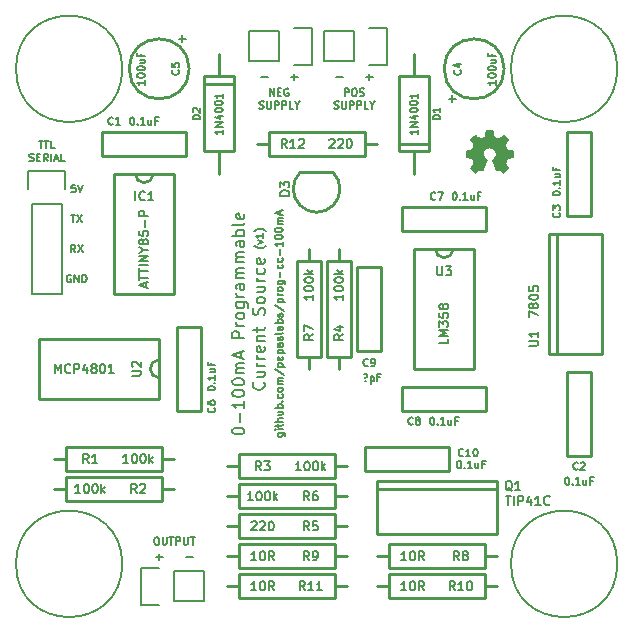
<source format=gbr>
G04 #@! TF.FileFunction,Legend,Top*
%FSLAX46Y46*%
G04 Gerber Fmt 4.6, Leading zero omitted, Abs format (unit mm)*
G04 Created by KiCad (PCBNEW 4.0.5+dfsg1-4~bpo8+1) date Thu Apr 20 00:43:30 2017*
%MOMM*%
%LPD*%
G01*
G04 APERTURE LIST*
%ADD10C,0.100000*%
%ADD11C,0.127000*%
%ADD12C,0.203200*%
%ADD13C,0.152400*%
%ADD14C,0.150000*%
%ADD15C,0.254000*%
%ADD16C,0.002540*%
G04 APERTURE END LIST*
D10*
D11*
X118258167Y-50546000D02*
X118227929Y-50576238D01*
X118137214Y-50636714D01*
X118076738Y-50666952D01*
X117986024Y-50697190D01*
X117834833Y-50727429D01*
X117713881Y-50727429D01*
X117562690Y-50697190D01*
X117471976Y-50666952D01*
X117411500Y-50636714D01*
X117320786Y-50576238D01*
X117290548Y-50546000D01*
X117592929Y-50364572D02*
X118016262Y-50213381D01*
X117592929Y-50062191D01*
X118016262Y-49487666D02*
X118016262Y-49850524D01*
X118016262Y-49669095D02*
X117381262Y-49669095D01*
X117471976Y-49729571D01*
X117532452Y-49790047D01*
X117562690Y-49850524D01*
X118258167Y-49276000D02*
X118227929Y-49245762D01*
X118137214Y-49185285D01*
X118076738Y-49155047D01*
X117986024Y-49124809D01*
X117834833Y-49094571D01*
X117713881Y-49094571D01*
X117562690Y-49124809D01*
X117471976Y-49155047D01*
X117411500Y-49185285D01*
X117320786Y-49245762D01*
X117290548Y-49276000D01*
X119243929Y-66387740D02*
X119757976Y-66387740D01*
X119818452Y-66417978D01*
X119848690Y-66448216D01*
X119878929Y-66508692D01*
X119878929Y-66599406D01*
X119848690Y-66659883D01*
X119637024Y-66387740D02*
X119667262Y-66448216D01*
X119667262Y-66569168D01*
X119637024Y-66629644D01*
X119606786Y-66659883D01*
X119546310Y-66690121D01*
X119364881Y-66690121D01*
X119304405Y-66659883D01*
X119274167Y-66629644D01*
X119243929Y-66569168D01*
X119243929Y-66448216D01*
X119274167Y-66387740D01*
X119667262Y-66085359D02*
X119243929Y-66085359D01*
X119032262Y-66085359D02*
X119062500Y-66115597D01*
X119092738Y-66085359D01*
X119062500Y-66055120D01*
X119032262Y-66085359D01*
X119092738Y-66085359D01*
X119243929Y-65873692D02*
X119243929Y-65631787D01*
X119032262Y-65782978D02*
X119576548Y-65782978D01*
X119637024Y-65752739D01*
X119667262Y-65692263D01*
X119667262Y-65631787D01*
X119667262Y-65420121D02*
X119032262Y-65420121D01*
X119667262Y-65147978D02*
X119334643Y-65147978D01*
X119274167Y-65178216D01*
X119243929Y-65238692D01*
X119243929Y-65329406D01*
X119274167Y-65389882D01*
X119304405Y-65420121D01*
X119243929Y-64573454D02*
X119667262Y-64573454D01*
X119243929Y-64845597D02*
X119576548Y-64845597D01*
X119637024Y-64815358D01*
X119667262Y-64754882D01*
X119667262Y-64664168D01*
X119637024Y-64603692D01*
X119606786Y-64573454D01*
X119667262Y-64271073D02*
X119032262Y-64271073D01*
X119274167Y-64271073D02*
X119243929Y-64210596D01*
X119243929Y-64089644D01*
X119274167Y-64029168D01*
X119304405Y-63998930D01*
X119364881Y-63968692D01*
X119546310Y-63968692D01*
X119606786Y-63998930D01*
X119637024Y-64029168D01*
X119667262Y-64089644D01*
X119667262Y-64210596D01*
X119637024Y-64271073D01*
X119606786Y-63696549D02*
X119637024Y-63666310D01*
X119667262Y-63696549D01*
X119637024Y-63726787D01*
X119606786Y-63696549D01*
X119667262Y-63696549D01*
X119637024Y-63122025D02*
X119667262Y-63182501D01*
X119667262Y-63303453D01*
X119637024Y-63363929D01*
X119606786Y-63394168D01*
X119546310Y-63424406D01*
X119364881Y-63424406D01*
X119304405Y-63394168D01*
X119274167Y-63363929D01*
X119243929Y-63303453D01*
X119243929Y-63182501D01*
X119274167Y-63122025D01*
X119667262Y-62759167D02*
X119637024Y-62819643D01*
X119606786Y-62849882D01*
X119546310Y-62880120D01*
X119364881Y-62880120D01*
X119304405Y-62849882D01*
X119274167Y-62819643D01*
X119243929Y-62759167D01*
X119243929Y-62668453D01*
X119274167Y-62607977D01*
X119304405Y-62577739D01*
X119364881Y-62547501D01*
X119546310Y-62547501D01*
X119606786Y-62577739D01*
X119637024Y-62607977D01*
X119667262Y-62668453D01*
X119667262Y-62759167D01*
X119667262Y-62275358D02*
X119243929Y-62275358D01*
X119304405Y-62275358D02*
X119274167Y-62245119D01*
X119243929Y-62184643D01*
X119243929Y-62093929D01*
X119274167Y-62033453D01*
X119334643Y-62003215D01*
X119667262Y-62003215D01*
X119334643Y-62003215D02*
X119274167Y-61972977D01*
X119243929Y-61912500D01*
X119243929Y-61821786D01*
X119274167Y-61761310D01*
X119334643Y-61731072D01*
X119667262Y-61731072D01*
X119002024Y-60975119D02*
X119818452Y-61519405D01*
X119243929Y-60763453D02*
X119878929Y-60763453D01*
X119274167Y-60763453D02*
X119243929Y-60702976D01*
X119243929Y-60582024D01*
X119274167Y-60521548D01*
X119304405Y-60491310D01*
X119364881Y-60461072D01*
X119546310Y-60461072D01*
X119606786Y-60491310D01*
X119637024Y-60521548D01*
X119667262Y-60582024D01*
X119667262Y-60702976D01*
X119637024Y-60763453D01*
X119637024Y-59947024D02*
X119667262Y-60007500D01*
X119667262Y-60128452D01*
X119637024Y-60188929D01*
X119576548Y-60219167D01*
X119334643Y-60219167D01*
X119274167Y-60188929D01*
X119243929Y-60128452D01*
X119243929Y-60007500D01*
X119274167Y-59947024D01*
X119334643Y-59916786D01*
X119395119Y-59916786D01*
X119455595Y-60219167D01*
X119243929Y-59644643D02*
X119878929Y-59644643D01*
X119274167Y-59644643D02*
X119243929Y-59584166D01*
X119243929Y-59463214D01*
X119274167Y-59402738D01*
X119304405Y-59372500D01*
X119364881Y-59342262D01*
X119546310Y-59342262D01*
X119606786Y-59372500D01*
X119637024Y-59402738D01*
X119667262Y-59463214D01*
X119667262Y-59584166D01*
X119637024Y-59644643D01*
X119667262Y-58797976D02*
X119334643Y-58797976D01*
X119274167Y-58828214D01*
X119243929Y-58888690D01*
X119243929Y-59009642D01*
X119274167Y-59070119D01*
X119637024Y-58797976D02*
X119667262Y-58858452D01*
X119667262Y-59009642D01*
X119637024Y-59070119D01*
X119576548Y-59100357D01*
X119516071Y-59100357D01*
X119455595Y-59070119D01*
X119425357Y-59009642D01*
X119425357Y-58858452D01*
X119395119Y-58797976D01*
X119637024Y-58525833D02*
X119667262Y-58465356D01*
X119667262Y-58344404D01*
X119637024Y-58283928D01*
X119576548Y-58253690D01*
X119546310Y-58253690D01*
X119485833Y-58283928D01*
X119455595Y-58344404D01*
X119455595Y-58435118D01*
X119425357Y-58495595D01*
X119364881Y-58525833D01*
X119334643Y-58525833D01*
X119274167Y-58495595D01*
X119243929Y-58435118D01*
X119243929Y-58344404D01*
X119274167Y-58283928D01*
X119667262Y-57890832D02*
X119637024Y-57951308D01*
X119576548Y-57981547D01*
X119032262Y-57981547D01*
X119667262Y-57376785D02*
X119334643Y-57376785D01*
X119274167Y-57407023D01*
X119243929Y-57467499D01*
X119243929Y-57588451D01*
X119274167Y-57648928D01*
X119637024Y-57376785D02*
X119667262Y-57437261D01*
X119667262Y-57588451D01*
X119637024Y-57648928D01*
X119576548Y-57679166D01*
X119516071Y-57679166D01*
X119455595Y-57648928D01*
X119425357Y-57588451D01*
X119425357Y-57437261D01*
X119395119Y-57376785D01*
X119667262Y-57074404D02*
X119032262Y-57074404D01*
X119274167Y-57074404D02*
X119243929Y-57013927D01*
X119243929Y-56892975D01*
X119274167Y-56832499D01*
X119304405Y-56802261D01*
X119364881Y-56772023D01*
X119546310Y-56772023D01*
X119606786Y-56802261D01*
X119637024Y-56832499D01*
X119667262Y-56892975D01*
X119667262Y-57013927D01*
X119637024Y-57074404D01*
X119637024Y-56530118D02*
X119667262Y-56469641D01*
X119667262Y-56348689D01*
X119637024Y-56288213D01*
X119576548Y-56257975D01*
X119546310Y-56257975D01*
X119485833Y-56288213D01*
X119455595Y-56348689D01*
X119455595Y-56439403D01*
X119425357Y-56499880D01*
X119364881Y-56530118D01*
X119334643Y-56530118D01*
X119274167Y-56499880D01*
X119243929Y-56439403D01*
X119243929Y-56348689D01*
X119274167Y-56288213D01*
X119002024Y-55532260D02*
X119818452Y-56076546D01*
X119243929Y-55320594D02*
X119878929Y-55320594D01*
X119274167Y-55320594D02*
X119243929Y-55260117D01*
X119243929Y-55139165D01*
X119274167Y-55078689D01*
X119304405Y-55048451D01*
X119364881Y-55018213D01*
X119546310Y-55018213D01*
X119606786Y-55048451D01*
X119637024Y-55078689D01*
X119667262Y-55139165D01*
X119667262Y-55260117D01*
X119637024Y-55320594D01*
X119667262Y-54746070D02*
X119243929Y-54746070D01*
X119364881Y-54746070D02*
X119304405Y-54715831D01*
X119274167Y-54685593D01*
X119243929Y-54625117D01*
X119243929Y-54564641D01*
X119667262Y-54262260D02*
X119637024Y-54322736D01*
X119606786Y-54352975D01*
X119546310Y-54383213D01*
X119364881Y-54383213D01*
X119304405Y-54352975D01*
X119274167Y-54322736D01*
X119243929Y-54262260D01*
X119243929Y-54171546D01*
X119274167Y-54111070D01*
X119304405Y-54080832D01*
X119364881Y-54050594D01*
X119546310Y-54050594D01*
X119606786Y-54080832D01*
X119637024Y-54111070D01*
X119667262Y-54171546D01*
X119667262Y-54262260D01*
X119243929Y-53506308D02*
X119757976Y-53506308D01*
X119818452Y-53536546D01*
X119848690Y-53566784D01*
X119878929Y-53627260D01*
X119878929Y-53717974D01*
X119848690Y-53778451D01*
X119637024Y-53506308D02*
X119667262Y-53566784D01*
X119667262Y-53687736D01*
X119637024Y-53748212D01*
X119606786Y-53778451D01*
X119546310Y-53808689D01*
X119364881Y-53808689D01*
X119304405Y-53778451D01*
X119274167Y-53748212D01*
X119243929Y-53687736D01*
X119243929Y-53566784D01*
X119274167Y-53506308D01*
X119425357Y-53203927D02*
X119425357Y-52720117D01*
X119637024Y-52145594D02*
X119667262Y-52206070D01*
X119667262Y-52327022D01*
X119637024Y-52387498D01*
X119606786Y-52417737D01*
X119546310Y-52447975D01*
X119364881Y-52447975D01*
X119304405Y-52417737D01*
X119274167Y-52387498D01*
X119243929Y-52327022D01*
X119243929Y-52206070D01*
X119274167Y-52145594D01*
X119637024Y-51601308D02*
X119667262Y-51661784D01*
X119667262Y-51782736D01*
X119637024Y-51843212D01*
X119606786Y-51873451D01*
X119546310Y-51903689D01*
X119364881Y-51903689D01*
X119304405Y-51873451D01*
X119274167Y-51843212D01*
X119243929Y-51782736D01*
X119243929Y-51661784D01*
X119274167Y-51601308D01*
X119425357Y-51329165D02*
X119425357Y-50845355D01*
X119667262Y-50210355D02*
X119667262Y-50573213D01*
X119667262Y-50391784D02*
X119032262Y-50391784D01*
X119122976Y-50452260D01*
X119183452Y-50512736D01*
X119213690Y-50573213D01*
X119032262Y-49817260D02*
X119032262Y-49756784D01*
X119062500Y-49696308D01*
X119092738Y-49666070D01*
X119153214Y-49635832D01*
X119274167Y-49605593D01*
X119425357Y-49605593D01*
X119546310Y-49635832D01*
X119606786Y-49666070D01*
X119637024Y-49696308D01*
X119667262Y-49756784D01*
X119667262Y-49817260D01*
X119637024Y-49877736D01*
X119606786Y-49907974D01*
X119546310Y-49938213D01*
X119425357Y-49968451D01*
X119274167Y-49968451D01*
X119153214Y-49938213D01*
X119092738Y-49907974D01*
X119062500Y-49877736D01*
X119032262Y-49817260D01*
X119032262Y-49212498D02*
X119032262Y-49152022D01*
X119062500Y-49091546D01*
X119092738Y-49061308D01*
X119153214Y-49031070D01*
X119274167Y-49000831D01*
X119425357Y-49000831D01*
X119546310Y-49031070D01*
X119606786Y-49061308D01*
X119637024Y-49091546D01*
X119667262Y-49152022D01*
X119667262Y-49212498D01*
X119637024Y-49272974D01*
X119606786Y-49303212D01*
X119546310Y-49333451D01*
X119425357Y-49363689D01*
X119274167Y-49363689D01*
X119153214Y-49333451D01*
X119092738Y-49303212D01*
X119062500Y-49272974D01*
X119032262Y-49212498D01*
X119667262Y-48728689D02*
X119243929Y-48728689D01*
X119304405Y-48728689D02*
X119274167Y-48698450D01*
X119243929Y-48637974D01*
X119243929Y-48547260D01*
X119274167Y-48486784D01*
X119334643Y-48456546D01*
X119667262Y-48456546D01*
X119334643Y-48456546D02*
X119274167Y-48426308D01*
X119243929Y-48365831D01*
X119243929Y-48275117D01*
X119274167Y-48214641D01*
X119334643Y-48184403D01*
X119667262Y-48184403D01*
X119485833Y-47912260D02*
X119485833Y-47609879D01*
X119667262Y-47972736D02*
X119032262Y-47761069D01*
X119667262Y-47549402D01*
D12*
X115420019Y-66269808D02*
X115420019Y-66173047D01*
X115468400Y-66076285D01*
X115516781Y-66027904D01*
X115613543Y-65979523D01*
X115807067Y-65931142D01*
X116048971Y-65931142D01*
X116242495Y-65979523D01*
X116339257Y-66027904D01*
X116387638Y-66076285D01*
X116436019Y-66173047D01*
X116436019Y-66269808D01*
X116387638Y-66366570D01*
X116339257Y-66414951D01*
X116242495Y-66463332D01*
X116048971Y-66511713D01*
X115807067Y-66511713D01*
X115613543Y-66463332D01*
X115516781Y-66414951D01*
X115468400Y-66366570D01*
X115420019Y-66269808D01*
X116048971Y-65495713D02*
X116048971Y-64721618D01*
X116436019Y-63705618D02*
X116436019Y-64286189D01*
X116436019Y-63995903D02*
X115420019Y-63995903D01*
X115565162Y-64092665D01*
X115661924Y-64189427D01*
X115710305Y-64286189D01*
X115420019Y-63076665D02*
X115420019Y-62979904D01*
X115468400Y-62883142D01*
X115516781Y-62834761D01*
X115613543Y-62786380D01*
X115807067Y-62737999D01*
X116048971Y-62737999D01*
X116242495Y-62786380D01*
X116339257Y-62834761D01*
X116387638Y-62883142D01*
X116436019Y-62979904D01*
X116436019Y-63076665D01*
X116387638Y-63173427D01*
X116339257Y-63221808D01*
X116242495Y-63270189D01*
X116048971Y-63318570D01*
X115807067Y-63318570D01*
X115613543Y-63270189D01*
X115516781Y-63221808D01*
X115468400Y-63173427D01*
X115420019Y-63076665D01*
X115420019Y-62109046D02*
X115420019Y-62012285D01*
X115468400Y-61915523D01*
X115516781Y-61867142D01*
X115613543Y-61818761D01*
X115807067Y-61770380D01*
X116048971Y-61770380D01*
X116242495Y-61818761D01*
X116339257Y-61867142D01*
X116387638Y-61915523D01*
X116436019Y-62012285D01*
X116436019Y-62109046D01*
X116387638Y-62205808D01*
X116339257Y-62254189D01*
X116242495Y-62302570D01*
X116048971Y-62350951D01*
X115807067Y-62350951D01*
X115613543Y-62302570D01*
X115516781Y-62254189D01*
X115468400Y-62205808D01*
X115420019Y-62109046D01*
X116436019Y-61334951D02*
X115758686Y-61334951D01*
X115855448Y-61334951D02*
X115807067Y-61286570D01*
X115758686Y-61189808D01*
X115758686Y-61044666D01*
X115807067Y-60947904D01*
X115903829Y-60899523D01*
X116436019Y-60899523D01*
X115903829Y-60899523D02*
X115807067Y-60851142D01*
X115758686Y-60754380D01*
X115758686Y-60609237D01*
X115807067Y-60512475D01*
X115903829Y-60464094D01*
X116436019Y-60464094D01*
X116145733Y-60028665D02*
X116145733Y-59544856D01*
X116436019Y-60125427D02*
X115420019Y-59786760D01*
X116436019Y-59448094D01*
X116436019Y-58335332D02*
X115420019Y-58335332D01*
X115420019Y-57948285D01*
X115468400Y-57851523D01*
X115516781Y-57803142D01*
X115613543Y-57754761D01*
X115758686Y-57754761D01*
X115855448Y-57803142D01*
X115903829Y-57851523D01*
X115952210Y-57948285D01*
X115952210Y-58335332D01*
X116436019Y-57319332D02*
X115758686Y-57319332D01*
X115952210Y-57319332D02*
X115855448Y-57270951D01*
X115807067Y-57222570D01*
X115758686Y-57125808D01*
X115758686Y-57029047D01*
X116436019Y-56545237D02*
X116387638Y-56641999D01*
X116339257Y-56690380D01*
X116242495Y-56738761D01*
X115952210Y-56738761D01*
X115855448Y-56690380D01*
X115807067Y-56641999D01*
X115758686Y-56545237D01*
X115758686Y-56400095D01*
X115807067Y-56303333D01*
X115855448Y-56254952D01*
X115952210Y-56206571D01*
X116242495Y-56206571D01*
X116339257Y-56254952D01*
X116387638Y-56303333D01*
X116436019Y-56400095D01*
X116436019Y-56545237D01*
X115758686Y-55335714D02*
X116581162Y-55335714D01*
X116677924Y-55384095D01*
X116726305Y-55432476D01*
X116774686Y-55529237D01*
X116774686Y-55674380D01*
X116726305Y-55771142D01*
X116387638Y-55335714D02*
X116436019Y-55432476D01*
X116436019Y-55625999D01*
X116387638Y-55722761D01*
X116339257Y-55771142D01*
X116242495Y-55819523D01*
X115952210Y-55819523D01*
X115855448Y-55771142D01*
X115807067Y-55722761D01*
X115758686Y-55625999D01*
X115758686Y-55432476D01*
X115807067Y-55335714D01*
X116436019Y-54851904D02*
X115758686Y-54851904D01*
X115952210Y-54851904D02*
X115855448Y-54803523D01*
X115807067Y-54755142D01*
X115758686Y-54658380D01*
X115758686Y-54561619D01*
X116436019Y-53787524D02*
X115903829Y-53787524D01*
X115807067Y-53835905D01*
X115758686Y-53932667D01*
X115758686Y-54126190D01*
X115807067Y-54222952D01*
X116387638Y-53787524D02*
X116436019Y-53884286D01*
X116436019Y-54126190D01*
X116387638Y-54222952D01*
X116290876Y-54271333D01*
X116194114Y-54271333D01*
X116097352Y-54222952D01*
X116048971Y-54126190D01*
X116048971Y-53884286D01*
X116000590Y-53787524D01*
X116436019Y-53303714D02*
X115758686Y-53303714D01*
X115855448Y-53303714D02*
X115807067Y-53255333D01*
X115758686Y-53158571D01*
X115758686Y-53013429D01*
X115807067Y-52916667D01*
X115903829Y-52868286D01*
X116436019Y-52868286D01*
X115903829Y-52868286D02*
X115807067Y-52819905D01*
X115758686Y-52723143D01*
X115758686Y-52578000D01*
X115807067Y-52481238D01*
X115903829Y-52432857D01*
X116436019Y-52432857D01*
X116436019Y-51949047D02*
X115758686Y-51949047D01*
X115855448Y-51949047D02*
X115807067Y-51900666D01*
X115758686Y-51803904D01*
X115758686Y-51658762D01*
X115807067Y-51562000D01*
X115903829Y-51513619D01*
X116436019Y-51513619D01*
X115903829Y-51513619D02*
X115807067Y-51465238D01*
X115758686Y-51368476D01*
X115758686Y-51223333D01*
X115807067Y-51126571D01*
X115903829Y-51078190D01*
X116436019Y-51078190D01*
X116436019Y-50158952D02*
X115903829Y-50158952D01*
X115807067Y-50207333D01*
X115758686Y-50304095D01*
X115758686Y-50497618D01*
X115807067Y-50594380D01*
X116387638Y-50158952D02*
X116436019Y-50255714D01*
X116436019Y-50497618D01*
X116387638Y-50594380D01*
X116290876Y-50642761D01*
X116194114Y-50642761D01*
X116097352Y-50594380D01*
X116048971Y-50497618D01*
X116048971Y-50255714D01*
X116000590Y-50158952D01*
X116436019Y-49675142D02*
X115420019Y-49675142D01*
X115807067Y-49675142D02*
X115758686Y-49578380D01*
X115758686Y-49384857D01*
X115807067Y-49288095D01*
X115855448Y-49239714D01*
X115952210Y-49191333D01*
X116242495Y-49191333D01*
X116339257Y-49239714D01*
X116387638Y-49288095D01*
X116436019Y-49384857D01*
X116436019Y-49578380D01*
X116387638Y-49675142D01*
X116436019Y-48610761D02*
X116387638Y-48707523D01*
X116290876Y-48755904D01*
X115420019Y-48755904D01*
X116387638Y-47836667D02*
X116436019Y-47933429D01*
X116436019Y-48126952D01*
X116387638Y-48223714D01*
X116290876Y-48272095D01*
X115903829Y-48272095D01*
X115807067Y-48223714D01*
X115758686Y-48126952D01*
X115758686Y-47933429D01*
X115807067Y-47836667D01*
X115903829Y-47788286D01*
X116000590Y-47788286D01*
X116097352Y-48272095D01*
X118066457Y-62084856D02*
X118114838Y-62133237D01*
X118163219Y-62278380D01*
X118163219Y-62375142D01*
X118114838Y-62520284D01*
X118018076Y-62617046D01*
X117921314Y-62665427D01*
X117727790Y-62713808D01*
X117582648Y-62713808D01*
X117389124Y-62665427D01*
X117292362Y-62617046D01*
X117195600Y-62520284D01*
X117147219Y-62375142D01*
X117147219Y-62278380D01*
X117195600Y-62133237D01*
X117243981Y-62084856D01*
X117485886Y-61213999D02*
X118163219Y-61213999D01*
X117485886Y-61649427D02*
X118018076Y-61649427D01*
X118114838Y-61601046D01*
X118163219Y-61504284D01*
X118163219Y-61359142D01*
X118114838Y-61262380D01*
X118066457Y-61213999D01*
X118163219Y-60730189D02*
X117485886Y-60730189D01*
X117679410Y-60730189D02*
X117582648Y-60681808D01*
X117534267Y-60633427D01*
X117485886Y-60536665D01*
X117485886Y-60439904D01*
X118163219Y-60101237D02*
X117485886Y-60101237D01*
X117679410Y-60101237D02*
X117582648Y-60052856D01*
X117534267Y-60004475D01*
X117485886Y-59907713D01*
X117485886Y-59810952D01*
X118114838Y-59085238D02*
X118163219Y-59182000D01*
X118163219Y-59375523D01*
X118114838Y-59472285D01*
X118018076Y-59520666D01*
X117631029Y-59520666D01*
X117534267Y-59472285D01*
X117485886Y-59375523D01*
X117485886Y-59182000D01*
X117534267Y-59085238D01*
X117631029Y-59036857D01*
X117727790Y-59036857D01*
X117824552Y-59520666D01*
X117485886Y-58601428D02*
X118163219Y-58601428D01*
X117582648Y-58601428D02*
X117534267Y-58553047D01*
X117485886Y-58456285D01*
X117485886Y-58311143D01*
X117534267Y-58214381D01*
X117631029Y-58166000D01*
X118163219Y-58166000D01*
X117485886Y-57827333D02*
X117485886Y-57440285D01*
X117147219Y-57682190D02*
X118018076Y-57682190D01*
X118114838Y-57633809D01*
X118163219Y-57537047D01*
X118163219Y-57440285D01*
X118114838Y-56375905D02*
X118163219Y-56230762D01*
X118163219Y-55988858D01*
X118114838Y-55892096D01*
X118066457Y-55843715D01*
X117969695Y-55795334D01*
X117872933Y-55795334D01*
X117776171Y-55843715D01*
X117727790Y-55892096D01*
X117679410Y-55988858D01*
X117631029Y-56182381D01*
X117582648Y-56279143D01*
X117534267Y-56327524D01*
X117437505Y-56375905D01*
X117340743Y-56375905D01*
X117243981Y-56327524D01*
X117195600Y-56279143D01*
X117147219Y-56182381D01*
X117147219Y-55940477D01*
X117195600Y-55795334D01*
X118163219Y-55214762D02*
X118114838Y-55311524D01*
X118066457Y-55359905D01*
X117969695Y-55408286D01*
X117679410Y-55408286D01*
X117582648Y-55359905D01*
X117534267Y-55311524D01*
X117485886Y-55214762D01*
X117485886Y-55069620D01*
X117534267Y-54972858D01*
X117582648Y-54924477D01*
X117679410Y-54876096D01*
X117969695Y-54876096D01*
X118066457Y-54924477D01*
X118114838Y-54972858D01*
X118163219Y-55069620D01*
X118163219Y-55214762D01*
X117485886Y-54005239D02*
X118163219Y-54005239D01*
X117485886Y-54440667D02*
X118018076Y-54440667D01*
X118114838Y-54392286D01*
X118163219Y-54295524D01*
X118163219Y-54150382D01*
X118114838Y-54053620D01*
X118066457Y-54005239D01*
X118163219Y-53521429D02*
X117485886Y-53521429D01*
X117679410Y-53521429D02*
X117582648Y-53473048D01*
X117534267Y-53424667D01*
X117485886Y-53327905D01*
X117485886Y-53231144D01*
X118114838Y-52457049D02*
X118163219Y-52553811D01*
X118163219Y-52747334D01*
X118114838Y-52844096D01*
X118066457Y-52892477D01*
X117969695Y-52940858D01*
X117679410Y-52940858D01*
X117582648Y-52892477D01*
X117534267Y-52844096D01*
X117485886Y-52747334D01*
X117485886Y-52553811D01*
X117534267Y-52457049D01*
X118114838Y-51634573D02*
X118163219Y-51731335D01*
X118163219Y-51924858D01*
X118114838Y-52021620D01*
X118018076Y-52070001D01*
X117631029Y-52070001D01*
X117534267Y-52021620D01*
X117485886Y-51924858D01*
X117485886Y-51731335D01*
X117534267Y-51634573D01*
X117631029Y-51586192D01*
X117727790Y-51586192D01*
X117824552Y-52070001D01*
D11*
X108962976Y-75217262D02*
X109083928Y-75217262D01*
X109144404Y-75247500D01*
X109204881Y-75307976D01*
X109235119Y-75428929D01*
X109235119Y-75640595D01*
X109204881Y-75761548D01*
X109144404Y-75822024D01*
X109083928Y-75852262D01*
X108962976Y-75852262D01*
X108902500Y-75822024D01*
X108842023Y-75761548D01*
X108811785Y-75640595D01*
X108811785Y-75428929D01*
X108842023Y-75307976D01*
X108902500Y-75247500D01*
X108962976Y-75217262D01*
X109507261Y-75217262D02*
X109507261Y-75731310D01*
X109537500Y-75791786D01*
X109567738Y-75822024D01*
X109628214Y-75852262D01*
X109749166Y-75852262D01*
X109809642Y-75822024D01*
X109839881Y-75791786D01*
X109870119Y-75731310D01*
X109870119Y-75217262D01*
X110081785Y-75217262D02*
X110444642Y-75217262D01*
X110263214Y-75852262D02*
X110263214Y-75217262D01*
X110656309Y-75852262D02*
X110656309Y-75217262D01*
X110898214Y-75217262D01*
X110958690Y-75247500D01*
X110988929Y-75277738D01*
X111019167Y-75338214D01*
X111019167Y-75428929D01*
X110988929Y-75489405D01*
X110958690Y-75519643D01*
X110898214Y-75549881D01*
X110656309Y-75549881D01*
X111291309Y-75217262D02*
X111291309Y-75731310D01*
X111321548Y-75791786D01*
X111351786Y-75822024D01*
X111412262Y-75852262D01*
X111533214Y-75852262D01*
X111593690Y-75822024D01*
X111623929Y-75791786D01*
X111654167Y-75731310D01*
X111654167Y-75217262D01*
X111865833Y-75217262D02*
X112228690Y-75217262D01*
X112047262Y-75852262D02*
X112047262Y-75217262D01*
D13*
X111469715Y-76889429D02*
X112050286Y-76889429D01*
X108929715Y-76889429D02*
X109510286Y-76889429D01*
X109220000Y-77179714D02*
X109220000Y-76599143D01*
X126709715Y-36249429D02*
X127290286Y-36249429D01*
X127000000Y-36539714D02*
X127000000Y-35959143D01*
X124169715Y-36249429D02*
X124750286Y-36249429D01*
X120359715Y-36249429D02*
X120940286Y-36249429D01*
X120650000Y-36539714D02*
X120650000Y-35959143D01*
D11*
X118593809Y-37847512D02*
X118593809Y-37212512D01*
X118956667Y-37847512D01*
X118956667Y-37212512D01*
X119259047Y-37514893D02*
X119470714Y-37514893D01*
X119561428Y-37847512D02*
X119259047Y-37847512D01*
X119259047Y-37212512D01*
X119561428Y-37212512D01*
X120166191Y-37242750D02*
X120105714Y-37212512D01*
X120015000Y-37212512D01*
X119924286Y-37242750D01*
X119863810Y-37303226D01*
X119833571Y-37363702D01*
X119803333Y-37484655D01*
X119803333Y-37575369D01*
X119833571Y-37696321D01*
X119863810Y-37756798D01*
X119924286Y-37817274D01*
X120015000Y-37847512D01*
X120075476Y-37847512D01*
X120166191Y-37817274D01*
X120196429Y-37787036D01*
X120196429Y-37575369D01*
X120075476Y-37575369D01*
X117701785Y-38896774D02*
X117792500Y-38927012D01*
X117943690Y-38927012D01*
X118004166Y-38896774D01*
X118034404Y-38866536D01*
X118064643Y-38806060D01*
X118064643Y-38745583D01*
X118034404Y-38685107D01*
X118004166Y-38654869D01*
X117943690Y-38624631D01*
X117822738Y-38594393D01*
X117762262Y-38564155D01*
X117732023Y-38533917D01*
X117701785Y-38473440D01*
X117701785Y-38412964D01*
X117732023Y-38352488D01*
X117762262Y-38322250D01*
X117822738Y-38292012D01*
X117973928Y-38292012D01*
X118064643Y-38322250D01*
X118336785Y-38292012D02*
X118336785Y-38806060D01*
X118367024Y-38866536D01*
X118397262Y-38896774D01*
X118457738Y-38927012D01*
X118578690Y-38927012D01*
X118639166Y-38896774D01*
X118669405Y-38866536D01*
X118699643Y-38806060D01*
X118699643Y-38292012D01*
X119002023Y-38927012D02*
X119002023Y-38292012D01*
X119243928Y-38292012D01*
X119304404Y-38322250D01*
X119334643Y-38352488D01*
X119364881Y-38412964D01*
X119364881Y-38503679D01*
X119334643Y-38564155D01*
X119304404Y-38594393D01*
X119243928Y-38624631D01*
X119002023Y-38624631D01*
X119637023Y-38927012D02*
X119637023Y-38292012D01*
X119878928Y-38292012D01*
X119939404Y-38322250D01*
X119969643Y-38352488D01*
X119999881Y-38412964D01*
X119999881Y-38503679D01*
X119969643Y-38564155D01*
X119939404Y-38594393D01*
X119878928Y-38624631D01*
X119637023Y-38624631D01*
X120574404Y-38927012D02*
X120272023Y-38927012D01*
X120272023Y-38292012D01*
X120907024Y-38624631D02*
X120907024Y-38927012D01*
X120695357Y-38292012D02*
X120907024Y-38624631D01*
X121118691Y-38292012D01*
X124928690Y-37847512D02*
X124928690Y-37212512D01*
X125170595Y-37212512D01*
X125231071Y-37242750D01*
X125261310Y-37272988D01*
X125291548Y-37333464D01*
X125291548Y-37424179D01*
X125261310Y-37484655D01*
X125231071Y-37514893D01*
X125170595Y-37545131D01*
X124928690Y-37545131D01*
X125684643Y-37212512D02*
X125805595Y-37212512D01*
X125866071Y-37242750D01*
X125926548Y-37303226D01*
X125956786Y-37424179D01*
X125956786Y-37635845D01*
X125926548Y-37756798D01*
X125866071Y-37817274D01*
X125805595Y-37847512D01*
X125684643Y-37847512D01*
X125624167Y-37817274D01*
X125563690Y-37756798D01*
X125533452Y-37635845D01*
X125533452Y-37424179D01*
X125563690Y-37303226D01*
X125624167Y-37242750D01*
X125684643Y-37212512D01*
X126198690Y-37817274D02*
X126289405Y-37847512D01*
X126440595Y-37847512D01*
X126501071Y-37817274D01*
X126531309Y-37787036D01*
X126561548Y-37726560D01*
X126561548Y-37666083D01*
X126531309Y-37605607D01*
X126501071Y-37575369D01*
X126440595Y-37545131D01*
X126319643Y-37514893D01*
X126259167Y-37484655D01*
X126228928Y-37454417D01*
X126198690Y-37393940D01*
X126198690Y-37333464D01*
X126228928Y-37272988D01*
X126259167Y-37242750D01*
X126319643Y-37212512D01*
X126470833Y-37212512D01*
X126561548Y-37242750D01*
X124051785Y-38896774D02*
X124142500Y-38927012D01*
X124293690Y-38927012D01*
X124354166Y-38896774D01*
X124384404Y-38866536D01*
X124414643Y-38806060D01*
X124414643Y-38745583D01*
X124384404Y-38685107D01*
X124354166Y-38654869D01*
X124293690Y-38624631D01*
X124172738Y-38594393D01*
X124112262Y-38564155D01*
X124082023Y-38533917D01*
X124051785Y-38473440D01*
X124051785Y-38412964D01*
X124082023Y-38352488D01*
X124112262Y-38322250D01*
X124172738Y-38292012D01*
X124323928Y-38292012D01*
X124414643Y-38322250D01*
X124686785Y-38292012D02*
X124686785Y-38806060D01*
X124717024Y-38866536D01*
X124747262Y-38896774D01*
X124807738Y-38927012D01*
X124928690Y-38927012D01*
X124989166Y-38896774D01*
X125019405Y-38866536D01*
X125049643Y-38806060D01*
X125049643Y-38292012D01*
X125352023Y-38927012D02*
X125352023Y-38292012D01*
X125593928Y-38292012D01*
X125654404Y-38322250D01*
X125684643Y-38352488D01*
X125714881Y-38412964D01*
X125714881Y-38503679D01*
X125684643Y-38564155D01*
X125654404Y-38594393D01*
X125593928Y-38624631D01*
X125352023Y-38624631D01*
X125987023Y-38927012D02*
X125987023Y-38292012D01*
X126228928Y-38292012D01*
X126289404Y-38322250D01*
X126319643Y-38352488D01*
X126349881Y-38412964D01*
X126349881Y-38503679D01*
X126319643Y-38564155D01*
X126289404Y-38594393D01*
X126228928Y-38624631D01*
X125987023Y-38624631D01*
X126924404Y-38927012D02*
X126622023Y-38927012D01*
X126622023Y-38292012D01*
X127257024Y-38624631D02*
X127257024Y-38927012D01*
X127045357Y-38292012D02*
X127257024Y-38624631D01*
X127468691Y-38292012D01*
D13*
X117819715Y-36249429D02*
X118400286Y-36249429D01*
D11*
X99014642Y-41657512D02*
X99377499Y-41657512D01*
X99196071Y-42292512D02*
X99196071Y-41657512D01*
X99498452Y-41657512D02*
X99861309Y-41657512D01*
X99679881Y-42292512D02*
X99679881Y-41657512D01*
X100375357Y-42292512D02*
X100072976Y-42292512D01*
X100072976Y-41657512D01*
X98228452Y-43341774D02*
X98319167Y-43372012D01*
X98470357Y-43372012D01*
X98530833Y-43341774D01*
X98561071Y-43311536D01*
X98591310Y-43251060D01*
X98591310Y-43190583D01*
X98561071Y-43130107D01*
X98530833Y-43099869D01*
X98470357Y-43069631D01*
X98349405Y-43039393D01*
X98288929Y-43009155D01*
X98258690Y-42978917D01*
X98228452Y-42918440D01*
X98228452Y-42857964D01*
X98258690Y-42797488D01*
X98288929Y-42767250D01*
X98349405Y-42737012D01*
X98500595Y-42737012D01*
X98591310Y-42767250D01*
X98863452Y-43039393D02*
X99075119Y-43039393D01*
X99165833Y-43372012D02*
X98863452Y-43372012D01*
X98863452Y-42737012D01*
X99165833Y-42737012D01*
X99800834Y-43372012D02*
X99589167Y-43069631D01*
X99437976Y-43372012D02*
X99437976Y-42737012D01*
X99679881Y-42737012D01*
X99740357Y-42767250D01*
X99770596Y-42797488D01*
X99800834Y-42857964D01*
X99800834Y-42948679D01*
X99770596Y-43009155D01*
X99740357Y-43039393D01*
X99679881Y-43069631D01*
X99437976Y-43069631D01*
X100072976Y-43372012D02*
X100072976Y-42737012D01*
X100345119Y-43190583D02*
X100647500Y-43190583D01*
X100284643Y-43372012D02*
X100496310Y-42737012D01*
X100707977Y-43372012D01*
X101222024Y-43372012D02*
X100919643Y-43372012D01*
X100919643Y-42737012D01*
X101751191Y-53022500D02*
X101690714Y-52992262D01*
X101600000Y-52992262D01*
X101509286Y-53022500D01*
X101448810Y-53082976D01*
X101418571Y-53143452D01*
X101388333Y-53264405D01*
X101388333Y-53355119D01*
X101418571Y-53476071D01*
X101448810Y-53536548D01*
X101509286Y-53597024D01*
X101600000Y-53627262D01*
X101660476Y-53627262D01*
X101751191Y-53597024D01*
X101781429Y-53566786D01*
X101781429Y-53355119D01*
X101660476Y-53355119D01*
X102053571Y-53627262D02*
X102053571Y-52992262D01*
X102416429Y-53627262D01*
X102416429Y-52992262D01*
X102718809Y-53627262D02*
X102718809Y-52992262D01*
X102870000Y-52992262D01*
X102960714Y-53022500D01*
X103021190Y-53082976D01*
X103051429Y-53143452D01*
X103081667Y-53264405D01*
X103081667Y-53355119D01*
X103051429Y-53476071D01*
X103021190Y-53536548D01*
X102960714Y-53597024D01*
X102870000Y-53627262D01*
X102718809Y-53627262D01*
X102129167Y-51087262D02*
X101917500Y-50784881D01*
X101766309Y-51087262D02*
X101766309Y-50452262D01*
X102008214Y-50452262D01*
X102068690Y-50482500D01*
X102098929Y-50512738D01*
X102129167Y-50573214D01*
X102129167Y-50663929D01*
X102098929Y-50724405D01*
X102068690Y-50754643D01*
X102008214Y-50784881D01*
X101766309Y-50784881D01*
X102340833Y-50452262D02*
X102764167Y-51087262D01*
X102764167Y-50452262D02*
X102340833Y-51087262D01*
X101751190Y-47912262D02*
X102114047Y-47912262D01*
X101932619Y-48547262D02*
X101932619Y-47912262D01*
X102265238Y-47912262D02*
X102688572Y-48547262D01*
X102688572Y-47912262D02*
X102265238Y-48547262D01*
X102114047Y-45372262D02*
X101811666Y-45372262D01*
X101781428Y-45674643D01*
X101811666Y-45644405D01*
X101872143Y-45614167D01*
X102023333Y-45614167D01*
X102083809Y-45644405D01*
X102114047Y-45674643D01*
X102144286Y-45735119D01*
X102144286Y-45886310D01*
X102114047Y-45946786D01*
X102083809Y-45977024D01*
X102023333Y-46007262D01*
X101872143Y-46007262D01*
X101811666Y-45977024D01*
X101781428Y-45946786D01*
X102325714Y-45372262D02*
X102537381Y-46007262D01*
X102749048Y-45372262D01*
D14*
X148010000Y-77470000D02*
G75*
G03X148010000Y-77470000I-4500000J0D01*
G01*
X106100000Y-77470000D02*
G75*
G03X106100000Y-77470000I-4500000J0D01*
G01*
X148010000Y-35560000D02*
G75*
G03X148010000Y-35560000I-4500000J0D01*
G01*
X106100000Y-35560000D02*
G75*
G03X106100000Y-35560000I-4500000J0D01*
G01*
D15*
X111506000Y-42926000D02*
X104394000Y-42926000D01*
X104394000Y-42926000D02*
X104394000Y-40894000D01*
X104394000Y-40894000D02*
X111506000Y-40894000D01*
X111506000Y-40894000D02*
X111506000Y-42926000D01*
X145796000Y-61214000D02*
X145796000Y-68326000D01*
X145796000Y-68326000D02*
X143764000Y-68326000D01*
X143764000Y-68326000D02*
X143764000Y-61214000D01*
X143764000Y-61214000D02*
X145796000Y-61214000D01*
X143764000Y-48006000D02*
X143764000Y-40894000D01*
X143764000Y-40894000D02*
X145796000Y-40894000D01*
X145796000Y-40894000D02*
X145796000Y-48006000D01*
X145796000Y-48006000D02*
X143764000Y-48006000D01*
X138430000Y-35560000D02*
G75*
G03X138430000Y-35560000I-2540000J0D01*
G01*
X111760000Y-35560000D02*
G75*
G03X111760000Y-35560000I-2540000J0D01*
G01*
X112776000Y-57404000D02*
X112776000Y-64516000D01*
X112776000Y-64516000D02*
X110744000Y-64516000D01*
X110744000Y-64516000D02*
X110744000Y-57404000D01*
X110744000Y-57404000D02*
X112776000Y-57404000D01*
X136906000Y-49276000D02*
X129794000Y-49276000D01*
X129794000Y-49276000D02*
X129794000Y-47244000D01*
X129794000Y-47244000D02*
X136906000Y-47244000D01*
X136906000Y-47244000D02*
X136906000Y-49276000D01*
X136906000Y-64516000D02*
X129794000Y-64516000D01*
X129794000Y-64516000D02*
X129794000Y-62484000D01*
X129794000Y-62484000D02*
X136906000Y-62484000D01*
X136906000Y-62484000D02*
X136906000Y-64516000D01*
X125984000Y-59436000D02*
X125984000Y-52324000D01*
X125984000Y-52324000D02*
X128016000Y-52324000D01*
X128016000Y-52324000D02*
X128016000Y-59436000D01*
X128016000Y-59436000D02*
X125984000Y-59436000D01*
X133731000Y-69596000D02*
X126619000Y-69596000D01*
X126619000Y-69596000D02*
X126619000Y-67564000D01*
X126619000Y-67564000D02*
X133731000Y-67564000D01*
X133731000Y-67564000D02*
X133731000Y-69596000D01*
X130810000Y-34290000D02*
X130810000Y-36195000D01*
X130810000Y-42545000D02*
X130810000Y-44450000D01*
X132080000Y-41910000D02*
X129540000Y-41910000D01*
X129540000Y-36195000D02*
X129540000Y-42545000D01*
X132080000Y-36195000D02*
X129540000Y-36195000D01*
X132080000Y-42545000D02*
X129540000Y-42545000D01*
X132080000Y-36195000D02*
X132080000Y-42545000D01*
X114300000Y-44450000D02*
X114300000Y-42545000D01*
X114300000Y-36195000D02*
X114300000Y-34290000D01*
X113030000Y-36830000D02*
X115570000Y-36830000D01*
X115570000Y-42545000D02*
X115570000Y-36195000D01*
X113030000Y-42545000D02*
X115570000Y-42545000D01*
X113030000Y-36195000D02*
X115570000Y-36195000D01*
X113030000Y-42545000D02*
X113030000Y-36195000D01*
X121155000Y-44320000D02*
X123955000Y-44320000D01*
X123955000Y-47120000D02*
G75*
G03X123955000Y-44320000I-1400000J1400000D01*
G01*
X121155000Y-47120000D02*
G75*
G03X123955000Y-47120000I1400000J1400000D01*
G01*
X121155000Y-44320000D02*
G75*
G03X121155000Y-47120000I1400000J-1400000D01*
G01*
X107950000Y-45212000D02*
G75*
G03X108712000Y-44450000I0J762000D01*
G01*
X107188000Y-44450000D02*
G75*
G03X107950000Y-45212000I762000J0D01*
G01*
X110490000Y-44450000D02*
X110490000Y-54610000D01*
X110490000Y-54610000D02*
X105410000Y-54610000D01*
X105410000Y-54610000D02*
X105410000Y-44450000D01*
X105410000Y-44450000D02*
X110490000Y-44450000D01*
D14*
X125730000Y-34925000D02*
X123190000Y-34925000D01*
X128550000Y-35205000D02*
X127000000Y-35205000D01*
X125730000Y-34925000D02*
X125730000Y-32385000D01*
X127000000Y-32105000D02*
X128550000Y-32105000D01*
X128550000Y-32105000D02*
X128550000Y-35205000D01*
X125730000Y-32385000D02*
X123190000Y-32385000D01*
X123190000Y-32385000D02*
X123190000Y-34925000D01*
X119380000Y-34925000D02*
X116840000Y-34925000D01*
X122200000Y-35205000D02*
X120650000Y-35205000D01*
X119380000Y-34925000D02*
X119380000Y-32385000D01*
X120650000Y-32105000D02*
X122200000Y-32105000D01*
X122200000Y-32105000D02*
X122200000Y-35205000D01*
X119380000Y-32385000D02*
X116840000Y-32385000D01*
X116840000Y-32385000D02*
X116840000Y-34925000D01*
X110490000Y-78105000D02*
X113030000Y-78105000D01*
X107670000Y-77825000D02*
X109220000Y-77825000D01*
X110490000Y-78105000D02*
X110490000Y-80645000D01*
X109220000Y-80925000D02*
X107670000Y-80925000D01*
X107670000Y-80925000D02*
X107670000Y-77825000D01*
X110490000Y-80645000D02*
X113030000Y-80645000D01*
X113030000Y-80645000D02*
X113030000Y-78105000D01*
X98425000Y-46990000D02*
X98425000Y-54610000D01*
X100965000Y-46990000D02*
X100965000Y-54610000D01*
X101245000Y-44170000D02*
X101245000Y-45720000D01*
X98425000Y-54610000D02*
X100965000Y-54610000D01*
X100965000Y-46990000D02*
X98425000Y-46990000D01*
X98145000Y-45720000D02*
X98145000Y-44170000D01*
X98145000Y-44170000D02*
X101245000Y-44170000D01*
D15*
X127635000Y-71120000D02*
X127635000Y-70485000D01*
X127635000Y-70485000D02*
X137795000Y-70485000D01*
X137795000Y-70485000D02*
X137795000Y-71120000D01*
X127635000Y-74930000D02*
X127635000Y-71120000D01*
X127635000Y-71120000D02*
X137795000Y-71120000D01*
X137795000Y-71120000D02*
X137795000Y-74930000D01*
X137795000Y-74930000D02*
X127635000Y-74930000D01*
X100330000Y-68580000D02*
X101346000Y-68580000D01*
X101346000Y-68580000D02*
X101346000Y-67564000D01*
X101346000Y-67564000D02*
X109474000Y-67564000D01*
X109474000Y-67564000D02*
X109474000Y-69596000D01*
X109474000Y-69596000D02*
X101346000Y-69596000D01*
X101346000Y-69596000D02*
X101346000Y-68580000D01*
X110490000Y-68580000D02*
X109474000Y-68580000D01*
X110490000Y-71120000D02*
X109474000Y-71120000D01*
X109474000Y-71120000D02*
X109474000Y-72136000D01*
X109474000Y-72136000D02*
X101346000Y-72136000D01*
X101346000Y-72136000D02*
X101346000Y-70104000D01*
X101346000Y-70104000D02*
X109474000Y-70104000D01*
X109474000Y-70104000D02*
X109474000Y-71120000D01*
X100330000Y-71120000D02*
X101346000Y-71120000D01*
X114935000Y-69215000D02*
X115951000Y-69215000D01*
X115951000Y-69215000D02*
X115951000Y-68199000D01*
X115951000Y-68199000D02*
X124079000Y-68199000D01*
X124079000Y-68199000D02*
X124079000Y-70231000D01*
X124079000Y-70231000D02*
X115951000Y-70231000D01*
X115951000Y-70231000D02*
X115951000Y-69215000D01*
X125095000Y-69215000D02*
X124079000Y-69215000D01*
X124460000Y-60960000D02*
X124460000Y-59944000D01*
X124460000Y-59944000D02*
X123444000Y-59944000D01*
X123444000Y-59944000D02*
X123444000Y-51816000D01*
X123444000Y-51816000D02*
X125476000Y-51816000D01*
X125476000Y-51816000D02*
X125476000Y-59944000D01*
X125476000Y-59944000D02*
X124460000Y-59944000D01*
X124460000Y-50800000D02*
X124460000Y-51816000D01*
X125095000Y-74295000D02*
X124079000Y-74295000D01*
X124079000Y-74295000D02*
X124079000Y-75311000D01*
X124079000Y-75311000D02*
X115951000Y-75311000D01*
X115951000Y-75311000D02*
X115951000Y-73279000D01*
X115951000Y-73279000D02*
X124079000Y-73279000D01*
X124079000Y-73279000D02*
X124079000Y-74295000D01*
X114935000Y-74295000D02*
X115951000Y-74295000D01*
X125095000Y-71755000D02*
X124079000Y-71755000D01*
X124079000Y-71755000D02*
X124079000Y-72771000D01*
X124079000Y-72771000D02*
X115951000Y-72771000D01*
X115951000Y-72771000D02*
X115951000Y-70739000D01*
X115951000Y-70739000D02*
X124079000Y-70739000D01*
X124079000Y-70739000D02*
X124079000Y-71755000D01*
X114935000Y-71755000D02*
X115951000Y-71755000D01*
X121920000Y-60960000D02*
X121920000Y-59944000D01*
X121920000Y-59944000D02*
X120904000Y-59944000D01*
X120904000Y-59944000D02*
X120904000Y-51816000D01*
X120904000Y-51816000D02*
X122936000Y-51816000D01*
X122936000Y-51816000D02*
X122936000Y-59944000D01*
X122936000Y-59944000D02*
X121920000Y-59944000D01*
X121920000Y-50800000D02*
X121920000Y-51816000D01*
X137795000Y-76835000D02*
X136779000Y-76835000D01*
X136779000Y-76835000D02*
X136779000Y-77851000D01*
X136779000Y-77851000D02*
X128651000Y-77851000D01*
X128651000Y-77851000D02*
X128651000Y-75819000D01*
X128651000Y-75819000D02*
X136779000Y-75819000D01*
X136779000Y-75819000D02*
X136779000Y-76835000D01*
X127635000Y-76835000D02*
X128651000Y-76835000D01*
X125095000Y-76835000D02*
X124079000Y-76835000D01*
X124079000Y-76835000D02*
X124079000Y-77851000D01*
X124079000Y-77851000D02*
X115951000Y-77851000D01*
X115951000Y-77851000D02*
X115951000Y-75819000D01*
X115951000Y-75819000D02*
X124079000Y-75819000D01*
X124079000Y-75819000D02*
X124079000Y-76835000D01*
X114935000Y-76835000D02*
X115951000Y-76835000D01*
X137795000Y-79375000D02*
X136779000Y-79375000D01*
X136779000Y-79375000D02*
X136779000Y-80391000D01*
X136779000Y-80391000D02*
X128651000Y-80391000D01*
X128651000Y-80391000D02*
X128651000Y-78359000D01*
X128651000Y-78359000D02*
X136779000Y-78359000D01*
X136779000Y-78359000D02*
X136779000Y-79375000D01*
X127635000Y-79375000D02*
X128651000Y-79375000D01*
X125095000Y-79375000D02*
X124079000Y-79375000D01*
X124079000Y-79375000D02*
X124079000Y-80391000D01*
X124079000Y-80391000D02*
X115951000Y-80391000D01*
X115951000Y-80391000D02*
X115951000Y-78359000D01*
X115951000Y-78359000D02*
X124079000Y-78359000D01*
X124079000Y-78359000D02*
X124079000Y-79375000D01*
X114935000Y-79375000D02*
X115951000Y-79375000D01*
X117475000Y-41910000D02*
X118491000Y-41910000D01*
X118491000Y-41910000D02*
X118491000Y-40894000D01*
X118491000Y-40894000D02*
X126619000Y-40894000D01*
X126619000Y-40894000D02*
X126619000Y-42926000D01*
X126619000Y-42926000D02*
X118491000Y-42926000D01*
X118491000Y-42926000D02*
X118491000Y-41910000D01*
X127635000Y-41910000D02*
X126619000Y-41910000D01*
X142875000Y-59690000D02*
X142240000Y-59690000D01*
X142240000Y-59690000D02*
X142240000Y-49530000D01*
X142240000Y-49530000D02*
X142875000Y-49530000D01*
X146685000Y-59690000D02*
X142875000Y-59690000D01*
X142875000Y-59690000D02*
X142875000Y-49530000D01*
X142875000Y-49530000D02*
X146685000Y-49530000D01*
X146685000Y-49530000D02*
X146685000Y-59690000D01*
X108458000Y-60960000D02*
G75*
G03X109220000Y-61722000I762000J0D01*
G01*
X109220000Y-60198000D02*
G75*
G03X108458000Y-60960000I0J-762000D01*
G01*
X109220000Y-63500000D02*
X99060000Y-63500000D01*
X99060000Y-63500000D02*
X99060000Y-58420000D01*
X99060000Y-58420000D02*
X109220000Y-58420000D01*
X109220000Y-58420000D02*
X109220000Y-63500000D01*
X133350000Y-51562000D02*
G75*
G03X134112000Y-50800000I0J762000D01*
G01*
X132588000Y-50800000D02*
G75*
G03X133350000Y-51562000I762000J0D01*
G01*
X135890000Y-50800000D02*
X135890000Y-60960000D01*
X135890000Y-60960000D02*
X130810000Y-60960000D01*
X130810000Y-60960000D02*
X130810000Y-50800000D01*
X130810000Y-50800000D02*
X135890000Y-50800000D01*
D16*
G36*
X135948420Y-44340780D02*
X135968740Y-44330620D01*
X136017000Y-44300140D01*
X136083040Y-44256960D01*
X136161780Y-44203620D01*
X136240520Y-44150280D01*
X136306560Y-44107100D01*
X136352280Y-44076620D01*
X136370060Y-44066460D01*
X136380220Y-44069000D01*
X136418320Y-44089320D01*
X136474200Y-44117260D01*
X136504680Y-44132500D01*
X136555480Y-44155360D01*
X136580880Y-44160440D01*
X136583420Y-44152820D01*
X136603740Y-44114720D01*
X136631680Y-44048680D01*
X136669780Y-43962320D01*
X136712960Y-43860720D01*
X136758680Y-43751500D01*
X136804400Y-43639740D01*
X136850120Y-43533060D01*
X136888220Y-43436540D01*
X136921240Y-43360340D01*
X136941560Y-43304460D01*
X136949180Y-43281600D01*
X136946640Y-43276520D01*
X136921240Y-43253660D01*
X136878060Y-43220640D01*
X136781540Y-43141900D01*
X136690100Y-43025060D01*
X136631680Y-42892980D01*
X136613900Y-42745660D01*
X136629140Y-42611040D01*
X136682480Y-42481500D01*
X136773920Y-42362120D01*
X136885680Y-42275760D01*
X137015220Y-42219880D01*
X137160000Y-42202100D01*
X137299700Y-42217340D01*
X137431780Y-42270680D01*
X137551160Y-42359580D01*
X137599420Y-42418000D01*
X137668000Y-42537380D01*
X137708640Y-42664380D01*
X137711180Y-42694860D01*
X137706100Y-42837100D01*
X137665460Y-42971720D01*
X137591800Y-43091100D01*
X137487660Y-43190160D01*
X137474960Y-43200320D01*
X137426700Y-43235880D01*
X137396220Y-43258740D01*
X137370820Y-43279060D01*
X137548620Y-43710860D01*
X137576560Y-43779440D01*
X137627360Y-43896280D01*
X137670540Y-43997880D01*
X137703560Y-44079160D01*
X137728960Y-44132500D01*
X137739120Y-44155360D01*
X137739120Y-44155360D01*
X137754360Y-44157900D01*
X137787380Y-44145200D01*
X137848340Y-44117260D01*
X137888980Y-44096940D01*
X137934700Y-44074080D01*
X137955020Y-44066460D01*
X137972800Y-44076620D01*
X138015980Y-44104560D01*
X138079480Y-44147740D01*
X138155680Y-44198540D01*
X138229340Y-44249340D01*
X138297920Y-44295060D01*
X138346180Y-44325540D01*
X138371580Y-44338240D01*
X138374120Y-44338240D01*
X138394440Y-44325540D01*
X138435080Y-44295060D01*
X138493500Y-44239180D01*
X138574780Y-44157900D01*
X138587480Y-44145200D01*
X138656060Y-44074080D01*
X138711940Y-44015660D01*
X138750040Y-43975020D01*
X138762740Y-43957240D01*
X138762740Y-43957240D01*
X138750040Y-43931840D01*
X138719560Y-43883580D01*
X138673840Y-43815000D01*
X138620500Y-43736260D01*
X138478260Y-43527980D01*
X138557000Y-43332400D01*
X138579860Y-43273980D01*
X138610340Y-43200320D01*
X138633200Y-43149520D01*
X138645900Y-43126660D01*
X138666220Y-43119040D01*
X138719560Y-43106340D01*
X138798300Y-43088560D01*
X138889740Y-43073320D01*
X138978640Y-43055540D01*
X139057380Y-43040300D01*
X139115800Y-43030140D01*
X139141200Y-43025060D01*
X139146280Y-43019980D01*
X139151360Y-43007280D01*
X139156440Y-42981880D01*
X139156440Y-42933620D01*
X139158980Y-42857420D01*
X139158980Y-42745660D01*
X139158980Y-42735500D01*
X139156440Y-42628820D01*
X139156440Y-42545000D01*
X139153900Y-42491660D01*
X139148820Y-42471340D01*
X139148820Y-42471340D01*
X139123420Y-42463720D01*
X139067540Y-42453560D01*
X138988800Y-42435780D01*
X138892280Y-42418000D01*
X138887200Y-42418000D01*
X138793220Y-42400220D01*
X138714480Y-42382440D01*
X138658600Y-42369740D01*
X138635740Y-42362120D01*
X138630660Y-42357040D01*
X138610340Y-42318940D01*
X138582400Y-42260520D01*
X138551920Y-42189400D01*
X138521440Y-42115740D01*
X138493500Y-42047160D01*
X138475720Y-41998900D01*
X138470640Y-41976040D01*
X138470640Y-41976040D01*
X138485880Y-41953180D01*
X138518900Y-41902380D01*
X138564620Y-41836340D01*
X138620500Y-41755060D01*
X138623040Y-41747440D01*
X138678920Y-41668700D01*
X138722100Y-41600120D01*
X138752580Y-41551860D01*
X138762740Y-41531540D01*
X138762740Y-41529000D01*
X138744960Y-41506140D01*
X138704320Y-41460420D01*
X138645900Y-41399460D01*
X138574780Y-41328340D01*
X138551920Y-41308020D01*
X138475720Y-41231820D01*
X138422380Y-41181020D01*
X138386820Y-41155620D01*
X138371580Y-41148000D01*
X138371580Y-41150540D01*
X138346180Y-41163240D01*
X138295380Y-41196260D01*
X138226800Y-41244520D01*
X138145520Y-41297860D01*
X138140440Y-41302940D01*
X138061700Y-41356280D01*
X137995660Y-41402000D01*
X137947400Y-41432480D01*
X137927080Y-41445180D01*
X137922000Y-41445180D01*
X137891520Y-41435020D01*
X137833100Y-41417240D01*
X137764520Y-41389300D01*
X137690860Y-41358820D01*
X137622280Y-41330880D01*
X137571480Y-41308020D01*
X137548620Y-41295320D01*
X137548620Y-41292780D01*
X137538460Y-41264840D01*
X137525760Y-41203880D01*
X137507980Y-41122600D01*
X137490200Y-41023540D01*
X137487660Y-41008300D01*
X137469880Y-40914320D01*
X137454640Y-40835580D01*
X137441940Y-40779700D01*
X137436860Y-40756840D01*
X137424160Y-40754300D01*
X137375900Y-40751760D01*
X137304780Y-40749220D01*
X137218420Y-40749220D01*
X137129520Y-40749220D01*
X137043160Y-40751760D01*
X136966960Y-40754300D01*
X136913620Y-40756840D01*
X136890760Y-40761920D01*
X136888220Y-40764460D01*
X136880600Y-40792400D01*
X136867900Y-40853360D01*
X136850120Y-40934640D01*
X136832340Y-41033700D01*
X136829800Y-41051480D01*
X136812020Y-41145460D01*
X136794240Y-41224200D01*
X136784080Y-41277540D01*
X136776460Y-41297860D01*
X136768840Y-41302940D01*
X136730740Y-41320720D01*
X136667240Y-41346120D01*
X136585960Y-41379140D01*
X136403080Y-41452800D01*
X136179560Y-41297860D01*
X136159240Y-41285160D01*
X136077960Y-41229280D01*
X136011920Y-41186100D01*
X135966200Y-41155620D01*
X135945880Y-41145460D01*
X135945880Y-41145460D01*
X135923020Y-41165780D01*
X135877300Y-41206420D01*
X135816340Y-41267380D01*
X135747760Y-41335960D01*
X135694420Y-41389300D01*
X135633460Y-41452800D01*
X135592820Y-41493440D01*
X135572500Y-41521380D01*
X135564880Y-41539160D01*
X135567420Y-41549320D01*
X135580120Y-41572180D01*
X135613140Y-41620440D01*
X135658860Y-41689020D01*
X135714740Y-41767760D01*
X135760460Y-41836340D01*
X135808720Y-41910000D01*
X135839200Y-41963340D01*
X135851900Y-41991280D01*
X135849360Y-42001440D01*
X135831580Y-42044620D01*
X135806180Y-42113200D01*
X135773160Y-42191940D01*
X135694420Y-42369740D01*
X135577580Y-42390060D01*
X135506460Y-42405300D01*
X135407400Y-42423080D01*
X135313420Y-42440860D01*
X135166100Y-42471340D01*
X135161020Y-43009820D01*
X135183880Y-43019980D01*
X135206740Y-43027600D01*
X135260080Y-43037760D01*
X135338820Y-43053000D01*
X135430260Y-43070780D01*
X135509000Y-43086020D01*
X135587740Y-43101260D01*
X135643620Y-43111420D01*
X135669020Y-43116500D01*
X135676640Y-43126660D01*
X135696960Y-43164760D01*
X135724900Y-43225720D01*
X135755380Y-43299380D01*
X135785860Y-43373040D01*
X135813800Y-43444160D01*
X135834120Y-43497500D01*
X135841740Y-43525440D01*
X135831580Y-43545760D01*
X135801100Y-43591480D01*
X135757920Y-43657520D01*
X135704580Y-43736260D01*
X135648700Y-43815000D01*
X135605520Y-43883580D01*
X135572500Y-43931840D01*
X135559800Y-43952160D01*
X135567420Y-43967400D01*
X135597900Y-44005500D01*
X135656320Y-44066460D01*
X135745220Y-44155360D01*
X135760460Y-44168060D01*
X135829040Y-44236640D01*
X135890000Y-44289980D01*
X135930640Y-44328080D01*
X135948420Y-44340780D01*
X135948420Y-44340780D01*
G37*
X135948420Y-44340780D02*
X135968740Y-44330620D01*
X136017000Y-44300140D01*
X136083040Y-44256960D01*
X136161780Y-44203620D01*
X136240520Y-44150280D01*
X136306560Y-44107100D01*
X136352280Y-44076620D01*
X136370060Y-44066460D01*
X136380220Y-44069000D01*
X136418320Y-44089320D01*
X136474200Y-44117260D01*
X136504680Y-44132500D01*
X136555480Y-44155360D01*
X136580880Y-44160440D01*
X136583420Y-44152820D01*
X136603740Y-44114720D01*
X136631680Y-44048680D01*
X136669780Y-43962320D01*
X136712960Y-43860720D01*
X136758680Y-43751500D01*
X136804400Y-43639740D01*
X136850120Y-43533060D01*
X136888220Y-43436540D01*
X136921240Y-43360340D01*
X136941560Y-43304460D01*
X136949180Y-43281600D01*
X136946640Y-43276520D01*
X136921240Y-43253660D01*
X136878060Y-43220640D01*
X136781540Y-43141900D01*
X136690100Y-43025060D01*
X136631680Y-42892980D01*
X136613900Y-42745660D01*
X136629140Y-42611040D01*
X136682480Y-42481500D01*
X136773920Y-42362120D01*
X136885680Y-42275760D01*
X137015220Y-42219880D01*
X137160000Y-42202100D01*
X137299700Y-42217340D01*
X137431780Y-42270680D01*
X137551160Y-42359580D01*
X137599420Y-42418000D01*
X137668000Y-42537380D01*
X137708640Y-42664380D01*
X137711180Y-42694860D01*
X137706100Y-42837100D01*
X137665460Y-42971720D01*
X137591800Y-43091100D01*
X137487660Y-43190160D01*
X137474960Y-43200320D01*
X137426700Y-43235880D01*
X137396220Y-43258740D01*
X137370820Y-43279060D01*
X137548620Y-43710860D01*
X137576560Y-43779440D01*
X137627360Y-43896280D01*
X137670540Y-43997880D01*
X137703560Y-44079160D01*
X137728960Y-44132500D01*
X137739120Y-44155360D01*
X137739120Y-44155360D01*
X137754360Y-44157900D01*
X137787380Y-44145200D01*
X137848340Y-44117260D01*
X137888980Y-44096940D01*
X137934700Y-44074080D01*
X137955020Y-44066460D01*
X137972800Y-44076620D01*
X138015980Y-44104560D01*
X138079480Y-44147740D01*
X138155680Y-44198540D01*
X138229340Y-44249340D01*
X138297920Y-44295060D01*
X138346180Y-44325540D01*
X138371580Y-44338240D01*
X138374120Y-44338240D01*
X138394440Y-44325540D01*
X138435080Y-44295060D01*
X138493500Y-44239180D01*
X138574780Y-44157900D01*
X138587480Y-44145200D01*
X138656060Y-44074080D01*
X138711940Y-44015660D01*
X138750040Y-43975020D01*
X138762740Y-43957240D01*
X138762740Y-43957240D01*
X138750040Y-43931840D01*
X138719560Y-43883580D01*
X138673840Y-43815000D01*
X138620500Y-43736260D01*
X138478260Y-43527980D01*
X138557000Y-43332400D01*
X138579860Y-43273980D01*
X138610340Y-43200320D01*
X138633200Y-43149520D01*
X138645900Y-43126660D01*
X138666220Y-43119040D01*
X138719560Y-43106340D01*
X138798300Y-43088560D01*
X138889740Y-43073320D01*
X138978640Y-43055540D01*
X139057380Y-43040300D01*
X139115800Y-43030140D01*
X139141200Y-43025060D01*
X139146280Y-43019980D01*
X139151360Y-43007280D01*
X139156440Y-42981880D01*
X139156440Y-42933620D01*
X139158980Y-42857420D01*
X139158980Y-42745660D01*
X139158980Y-42735500D01*
X139156440Y-42628820D01*
X139156440Y-42545000D01*
X139153900Y-42491660D01*
X139148820Y-42471340D01*
X139148820Y-42471340D01*
X139123420Y-42463720D01*
X139067540Y-42453560D01*
X138988800Y-42435780D01*
X138892280Y-42418000D01*
X138887200Y-42418000D01*
X138793220Y-42400220D01*
X138714480Y-42382440D01*
X138658600Y-42369740D01*
X138635740Y-42362120D01*
X138630660Y-42357040D01*
X138610340Y-42318940D01*
X138582400Y-42260520D01*
X138551920Y-42189400D01*
X138521440Y-42115740D01*
X138493500Y-42047160D01*
X138475720Y-41998900D01*
X138470640Y-41976040D01*
X138470640Y-41976040D01*
X138485880Y-41953180D01*
X138518900Y-41902380D01*
X138564620Y-41836340D01*
X138620500Y-41755060D01*
X138623040Y-41747440D01*
X138678920Y-41668700D01*
X138722100Y-41600120D01*
X138752580Y-41551860D01*
X138762740Y-41531540D01*
X138762740Y-41529000D01*
X138744960Y-41506140D01*
X138704320Y-41460420D01*
X138645900Y-41399460D01*
X138574780Y-41328340D01*
X138551920Y-41308020D01*
X138475720Y-41231820D01*
X138422380Y-41181020D01*
X138386820Y-41155620D01*
X138371580Y-41148000D01*
X138371580Y-41150540D01*
X138346180Y-41163240D01*
X138295380Y-41196260D01*
X138226800Y-41244520D01*
X138145520Y-41297860D01*
X138140440Y-41302940D01*
X138061700Y-41356280D01*
X137995660Y-41402000D01*
X137947400Y-41432480D01*
X137927080Y-41445180D01*
X137922000Y-41445180D01*
X137891520Y-41435020D01*
X137833100Y-41417240D01*
X137764520Y-41389300D01*
X137690860Y-41358820D01*
X137622280Y-41330880D01*
X137571480Y-41308020D01*
X137548620Y-41295320D01*
X137548620Y-41292780D01*
X137538460Y-41264840D01*
X137525760Y-41203880D01*
X137507980Y-41122600D01*
X137490200Y-41023540D01*
X137487660Y-41008300D01*
X137469880Y-40914320D01*
X137454640Y-40835580D01*
X137441940Y-40779700D01*
X137436860Y-40756840D01*
X137424160Y-40754300D01*
X137375900Y-40751760D01*
X137304780Y-40749220D01*
X137218420Y-40749220D01*
X137129520Y-40749220D01*
X137043160Y-40751760D01*
X136966960Y-40754300D01*
X136913620Y-40756840D01*
X136890760Y-40761920D01*
X136888220Y-40764460D01*
X136880600Y-40792400D01*
X136867900Y-40853360D01*
X136850120Y-40934640D01*
X136832340Y-41033700D01*
X136829800Y-41051480D01*
X136812020Y-41145460D01*
X136794240Y-41224200D01*
X136784080Y-41277540D01*
X136776460Y-41297860D01*
X136768840Y-41302940D01*
X136730740Y-41320720D01*
X136667240Y-41346120D01*
X136585960Y-41379140D01*
X136403080Y-41452800D01*
X136179560Y-41297860D01*
X136159240Y-41285160D01*
X136077960Y-41229280D01*
X136011920Y-41186100D01*
X135966200Y-41155620D01*
X135945880Y-41145460D01*
X135945880Y-41145460D01*
X135923020Y-41165780D01*
X135877300Y-41206420D01*
X135816340Y-41267380D01*
X135747760Y-41335960D01*
X135694420Y-41389300D01*
X135633460Y-41452800D01*
X135592820Y-41493440D01*
X135572500Y-41521380D01*
X135564880Y-41539160D01*
X135567420Y-41549320D01*
X135580120Y-41572180D01*
X135613140Y-41620440D01*
X135658860Y-41689020D01*
X135714740Y-41767760D01*
X135760460Y-41836340D01*
X135808720Y-41910000D01*
X135839200Y-41963340D01*
X135851900Y-41991280D01*
X135849360Y-42001440D01*
X135831580Y-42044620D01*
X135806180Y-42113200D01*
X135773160Y-42191940D01*
X135694420Y-42369740D01*
X135577580Y-42390060D01*
X135506460Y-42405300D01*
X135407400Y-42423080D01*
X135313420Y-42440860D01*
X135166100Y-42471340D01*
X135161020Y-43009820D01*
X135183880Y-43019980D01*
X135206740Y-43027600D01*
X135260080Y-43037760D01*
X135338820Y-43053000D01*
X135430260Y-43070780D01*
X135509000Y-43086020D01*
X135587740Y-43101260D01*
X135643620Y-43111420D01*
X135669020Y-43116500D01*
X135676640Y-43126660D01*
X135696960Y-43164760D01*
X135724900Y-43225720D01*
X135755380Y-43299380D01*
X135785860Y-43373040D01*
X135813800Y-43444160D01*
X135834120Y-43497500D01*
X135841740Y-43525440D01*
X135831580Y-43545760D01*
X135801100Y-43591480D01*
X135757920Y-43657520D01*
X135704580Y-43736260D01*
X135648700Y-43815000D01*
X135605520Y-43883580D01*
X135572500Y-43931840D01*
X135559800Y-43952160D01*
X135567420Y-43967400D01*
X135597900Y-44005500D01*
X135656320Y-44066460D01*
X135745220Y-44155360D01*
X135760460Y-44168060D01*
X135829040Y-44236640D01*
X135890000Y-44289980D01*
X135930640Y-44328080D01*
X135948420Y-44340780D01*
D11*
X105304167Y-40231786D02*
X105273929Y-40262024D01*
X105183214Y-40292262D01*
X105122738Y-40292262D01*
X105032024Y-40262024D01*
X104971548Y-40201548D01*
X104941309Y-40141071D01*
X104911071Y-40020119D01*
X104911071Y-39929405D01*
X104941309Y-39808452D01*
X104971548Y-39747976D01*
X105032024Y-39687500D01*
X105122738Y-39657262D01*
X105183214Y-39657262D01*
X105273929Y-39687500D01*
X105304167Y-39717738D01*
X105908929Y-40292262D02*
X105546071Y-40292262D01*
X105727500Y-40292262D02*
X105727500Y-39657262D01*
X105667024Y-39747976D01*
X105606548Y-39808452D01*
X105546071Y-39838690D01*
X106906786Y-39657262D02*
X106967262Y-39657262D01*
X107027738Y-39687500D01*
X107057976Y-39717738D01*
X107088214Y-39778214D01*
X107118453Y-39899167D01*
X107118453Y-40050357D01*
X107088214Y-40171310D01*
X107057976Y-40231786D01*
X107027738Y-40262024D01*
X106967262Y-40292262D01*
X106906786Y-40292262D01*
X106846310Y-40262024D01*
X106816072Y-40231786D01*
X106785833Y-40171310D01*
X106755595Y-40050357D01*
X106755595Y-39899167D01*
X106785833Y-39778214D01*
X106816072Y-39717738D01*
X106846310Y-39687500D01*
X106906786Y-39657262D01*
X107390595Y-40231786D02*
X107420834Y-40262024D01*
X107390595Y-40292262D01*
X107360357Y-40262024D01*
X107390595Y-40231786D01*
X107390595Y-40292262D01*
X108025596Y-40292262D02*
X107662738Y-40292262D01*
X107844167Y-40292262D02*
X107844167Y-39657262D01*
X107783691Y-39747976D01*
X107723215Y-39808452D01*
X107662738Y-39838690D01*
X108569881Y-39868929D02*
X108569881Y-40292262D01*
X108297738Y-39868929D02*
X108297738Y-40201548D01*
X108327977Y-40262024D01*
X108388453Y-40292262D01*
X108479167Y-40292262D01*
X108539643Y-40262024D01*
X108569881Y-40231786D01*
X109083929Y-39959643D02*
X108872262Y-39959643D01*
X108872262Y-40292262D02*
X108872262Y-39657262D01*
X109174643Y-39657262D01*
X144674167Y-69441786D02*
X144643929Y-69472024D01*
X144553214Y-69502262D01*
X144492738Y-69502262D01*
X144402024Y-69472024D01*
X144341548Y-69411548D01*
X144311309Y-69351071D01*
X144281071Y-69230119D01*
X144281071Y-69139405D01*
X144311309Y-69018452D01*
X144341548Y-68957976D01*
X144402024Y-68897500D01*
X144492738Y-68867262D01*
X144553214Y-68867262D01*
X144643929Y-68897500D01*
X144674167Y-68927738D01*
X144916071Y-68927738D02*
X144946309Y-68897500D01*
X145006786Y-68867262D01*
X145157976Y-68867262D01*
X145218452Y-68897500D01*
X145248690Y-68927738D01*
X145278929Y-68988214D01*
X145278929Y-69048690D01*
X145248690Y-69139405D01*
X144885833Y-69502262D01*
X145278929Y-69502262D01*
X143736786Y-70137262D02*
X143797262Y-70137262D01*
X143857738Y-70167500D01*
X143887976Y-70197738D01*
X143918214Y-70258214D01*
X143948453Y-70379167D01*
X143948453Y-70530357D01*
X143918214Y-70651310D01*
X143887976Y-70711786D01*
X143857738Y-70742024D01*
X143797262Y-70772262D01*
X143736786Y-70772262D01*
X143676310Y-70742024D01*
X143646072Y-70711786D01*
X143615833Y-70651310D01*
X143585595Y-70530357D01*
X143585595Y-70379167D01*
X143615833Y-70258214D01*
X143646072Y-70197738D01*
X143676310Y-70167500D01*
X143736786Y-70137262D01*
X144220595Y-70711786D02*
X144250834Y-70742024D01*
X144220595Y-70772262D01*
X144190357Y-70742024D01*
X144220595Y-70711786D01*
X144220595Y-70772262D01*
X144855596Y-70772262D02*
X144492738Y-70772262D01*
X144674167Y-70772262D02*
X144674167Y-70137262D01*
X144613691Y-70227976D01*
X144553215Y-70288452D01*
X144492738Y-70318690D01*
X145399881Y-70348929D02*
X145399881Y-70772262D01*
X145127738Y-70348929D02*
X145127738Y-70681548D01*
X145157977Y-70742024D01*
X145218453Y-70772262D01*
X145309167Y-70772262D01*
X145369643Y-70742024D01*
X145399881Y-70711786D01*
X145913929Y-70439643D02*
X145702262Y-70439643D01*
X145702262Y-70772262D02*
X145702262Y-70137262D01*
X146004643Y-70137262D01*
X143101786Y-47730833D02*
X143132024Y-47761071D01*
X143162262Y-47851786D01*
X143162262Y-47912262D01*
X143132024Y-48002976D01*
X143071548Y-48063452D01*
X143011071Y-48093691D01*
X142890119Y-48123929D01*
X142799405Y-48123929D01*
X142678452Y-48093691D01*
X142617976Y-48063452D01*
X142557500Y-48002976D01*
X142527262Y-47912262D01*
X142527262Y-47851786D01*
X142557500Y-47761071D01*
X142587738Y-47730833D01*
X142527262Y-47519167D02*
X142527262Y-47126071D01*
X142769167Y-47337738D01*
X142769167Y-47247024D01*
X142799405Y-47186548D01*
X142829643Y-47156310D01*
X142890119Y-47126071D01*
X143041310Y-47126071D01*
X143101786Y-47156310D01*
X143132024Y-47186548D01*
X143162262Y-47247024D01*
X143162262Y-47428452D01*
X143132024Y-47488929D01*
X143101786Y-47519167D01*
X142527262Y-46128214D02*
X142527262Y-46067738D01*
X142557500Y-46007262D01*
X142587738Y-45977024D01*
X142648214Y-45946786D01*
X142769167Y-45916547D01*
X142920357Y-45916547D01*
X143041310Y-45946786D01*
X143101786Y-45977024D01*
X143132024Y-46007262D01*
X143162262Y-46067738D01*
X143162262Y-46128214D01*
X143132024Y-46188690D01*
X143101786Y-46218928D01*
X143041310Y-46249167D01*
X142920357Y-46279405D01*
X142769167Y-46279405D01*
X142648214Y-46249167D01*
X142587738Y-46218928D01*
X142557500Y-46188690D01*
X142527262Y-46128214D01*
X143101786Y-45644405D02*
X143132024Y-45614166D01*
X143162262Y-45644405D01*
X143132024Y-45674643D01*
X143101786Y-45644405D01*
X143162262Y-45644405D01*
X143162262Y-45009404D02*
X143162262Y-45372262D01*
X143162262Y-45190833D02*
X142527262Y-45190833D01*
X142617976Y-45251309D01*
X142678452Y-45311785D01*
X142708690Y-45372262D01*
X142738929Y-44465119D02*
X143162262Y-44465119D01*
X142738929Y-44737262D02*
X143071548Y-44737262D01*
X143132024Y-44707023D01*
X143162262Y-44646547D01*
X143162262Y-44555833D01*
X143132024Y-44495357D01*
X143101786Y-44465119D01*
X142829643Y-43951071D02*
X142829643Y-44162738D01*
X143162262Y-44162738D02*
X142527262Y-44162738D01*
X142527262Y-43860357D01*
X134719786Y-35665833D02*
X134750024Y-35696071D01*
X134780262Y-35786786D01*
X134780262Y-35847262D01*
X134750024Y-35937976D01*
X134689548Y-35998452D01*
X134629071Y-36028691D01*
X134508119Y-36058929D01*
X134417405Y-36058929D01*
X134296452Y-36028691D01*
X134235976Y-35998452D01*
X134175500Y-35937976D01*
X134145262Y-35847262D01*
X134145262Y-35786786D01*
X134175500Y-35696071D01*
X134205738Y-35665833D01*
X134356929Y-35121548D02*
X134780262Y-35121548D01*
X134115024Y-35272738D02*
X134568595Y-35423929D01*
X134568595Y-35030833D01*
X137701262Y-36542738D02*
X137701262Y-36905596D01*
X137701262Y-36724167D02*
X137066262Y-36724167D01*
X137156976Y-36784643D01*
X137217452Y-36845119D01*
X137247690Y-36905596D01*
X137066262Y-36149643D02*
X137066262Y-36089167D01*
X137096500Y-36028691D01*
X137126738Y-35998453D01*
X137187214Y-35968215D01*
X137308167Y-35937976D01*
X137459357Y-35937976D01*
X137580310Y-35968215D01*
X137640786Y-35998453D01*
X137671024Y-36028691D01*
X137701262Y-36089167D01*
X137701262Y-36149643D01*
X137671024Y-36210119D01*
X137640786Y-36240357D01*
X137580310Y-36270596D01*
X137459357Y-36300834D01*
X137308167Y-36300834D01*
X137187214Y-36270596D01*
X137126738Y-36240357D01*
X137096500Y-36210119D01*
X137066262Y-36149643D01*
X137066262Y-35544881D02*
X137066262Y-35484405D01*
X137096500Y-35423929D01*
X137126738Y-35393691D01*
X137187214Y-35363453D01*
X137308167Y-35333214D01*
X137459357Y-35333214D01*
X137580310Y-35363453D01*
X137640786Y-35393691D01*
X137671024Y-35423929D01*
X137701262Y-35484405D01*
X137701262Y-35544881D01*
X137671024Y-35605357D01*
X137640786Y-35635595D01*
X137580310Y-35665834D01*
X137459357Y-35696072D01*
X137308167Y-35696072D01*
X137187214Y-35665834D01*
X137126738Y-35635595D01*
X137096500Y-35605357D01*
X137066262Y-35544881D01*
X137277929Y-34788929D02*
X137701262Y-34788929D01*
X137277929Y-35061072D02*
X137610548Y-35061072D01*
X137671024Y-35030833D01*
X137701262Y-34970357D01*
X137701262Y-34879643D01*
X137671024Y-34819167D01*
X137640786Y-34788929D01*
X137368643Y-34274881D02*
X137368643Y-34486548D01*
X137701262Y-34486548D02*
X137066262Y-34486548D01*
X137066262Y-34184167D01*
D13*
X134039429Y-38390285D02*
X134039429Y-37809714D01*
X134329714Y-38100000D02*
X133749143Y-38100000D01*
D11*
X110843786Y-35665833D02*
X110874024Y-35696071D01*
X110904262Y-35786786D01*
X110904262Y-35847262D01*
X110874024Y-35937976D01*
X110813548Y-35998452D01*
X110753071Y-36028691D01*
X110632119Y-36058929D01*
X110541405Y-36058929D01*
X110420452Y-36028691D01*
X110359976Y-35998452D01*
X110299500Y-35937976D01*
X110269262Y-35847262D01*
X110269262Y-35786786D01*
X110299500Y-35696071D01*
X110329738Y-35665833D01*
X110269262Y-35091310D02*
X110269262Y-35393691D01*
X110571643Y-35423929D01*
X110541405Y-35393691D01*
X110511167Y-35333214D01*
X110511167Y-35182024D01*
X110541405Y-35121548D01*
X110571643Y-35091310D01*
X110632119Y-35061071D01*
X110783310Y-35061071D01*
X110843786Y-35091310D01*
X110874024Y-35121548D01*
X110904262Y-35182024D01*
X110904262Y-35333214D01*
X110874024Y-35393691D01*
X110843786Y-35423929D01*
X107983262Y-36542738D02*
X107983262Y-36905596D01*
X107983262Y-36724167D02*
X107348262Y-36724167D01*
X107438976Y-36784643D01*
X107499452Y-36845119D01*
X107529690Y-36905596D01*
X107348262Y-36149643D02*
X107348262Y-36089167D01*
X107378500Y-36028691D01*
X107408738Y-35998453D01*
X107469214Y-35968215D01*
X107590167Y-35937976D01*
X107741357Y-35937976D01*
X107862310Y-35968215D01*
X107922786Y-35998453D01*
X107953024Y-36028691D01*
X107983262Y-36089167D01*
X107983262Y-36149643D01*
X107953024Y-36210119D01*
X107922786Y-36240357D01*
X107862310Y-36270596D01*
X107741357Y-36300834D01*
X107590167Y-36300834D01*
X107469214Y-36270596D01*
X107408738Y-36240357D01*
X107378500Y-36210119D01*
X107348262Y-36149643D01*
X107348262Y-35544881D02*
X107348262Y-35484405D01*
X107378500Y-35423929D01*
X107408738Y-35393691D01*
X107469214Y-35363453D01*
X107590167Y-35333214D01*
X107741357Y-35333214D01*
X107862310Y-35363453D01*
X107922786Y-35393691D01*
X107953024Y-35423929D01*
X107983262Y-35484405D01*
X107983262Y-35544881D01*
X107953024Y-35605357D01*
X107922786Y-35635595D01*
X107862310Y-35665834D01*
X107741357Y-35696072D01*
X107590167Y-35696072D01*
X107469214Y-35665834D01*
X107408738Y-35635595D01*
X107378500Y-35605357D01*
X107348262Y-35544881D01*
X107559929Y-34788929D02*
X107983262Y-34788929D01*
X107559929Y-35061072D02*
X107892548Y-35061072D01*
X107953024Y-35030833D01*
X107983262Y-34970357D01*
X107983262Y-34879643D01*
X107953024Y-34819167D01*
X107922786Y-34788929D01*
X107650643Y-34274881D02*
X107650643Y-34486548D01*
X107983262Y-34486548D02*
X107348262Y-34486548D01*
X107348262Y-34184167D01*
D13*
X111179429Y-33310285D02*
X111179429Y-32729714D01*
X111469714Y-33020000D02*
X110889143Y-33020000D01*
D11*
X113891786Y-64240833D02*
X113922024Y-64271071D01*
X113952262Y-64361786D01*
X113952262Y-64422262D01*
X113922024Y-64512976D01*
X113861548Y-64573452D01*
X113801071Y-64603691D01*
X113680119Y-64633929D01*
X113589405Y-64633929D01*
X113468452Y-64603691D01*
X113407976Y-64573452D01*
X113347500Y-64512976D01*
X113317262Y-64422262D01*
X113317262Y-64361786D01*
X113347500Y-64271071D01*
X113377738Y-64240833D01*
X113317262Y-63696548D02*
X113317262Y-63817500D01*
X113347500Y-63877976D01*
X113377738Y-63908214D01*
X113468452Y-63968691D01*
X113589405Y-63998929D01*
X113831310Y-63998929D01*
X113891786Y-63968691D01*
X113922024Y-63938452D01*
X113952262Y-63877976D01*
X113952262Y-63757024D01*
X113922024Y-63696548D01*
X113891786Y-63666310D01*
X113831310Y-63636071D01*
X113680119Y-63636071D01*
X113619643Y-63666310D01*
X113589405Y-63696548D01*
X113559167Y-63757024D01*
X113559167Y-63877976D01*
X113589405Y-63938452D01*
X113619643Y-63968691D01*
X113680119Y-63998929D01*
X113317262Y-62638214D02*
X113317262Y-62577738D01*
X113347500Y-62517262D01*
X113377738Y-62487024D01*
X113438214Y-62456786D01*
X113559167Y-62426547D01*
X113710357Y-62426547D01*
X113831310Y-62456786D01*
X113891786Y-62487024D01*
X113922024Y-62517262D01*
X113952262Y-62577738D01*
X113952262Y-62638214D01*
X113922024Y-62698690D01*
X113891786Y-62728928D01*
X113831310Y-62759167D01*
X113710357Y-62789405D01*
X113559167Y-62789405D01*
X113438214Y-62759167D01*
X113377738Y-62728928D01*
X113347500Y-62698690D01*
X113317262Y-62638214D01*
X113891786Y-62154405D02*
X113922024Y-62124166D01*
X113952262Y-62154405D01*
X113922024Y-62184643D01*
X113891786Y-62154405D01*
X113952262Y-62154405D01*
X113952262Y-61519404D02*
X113952262Y-61882262D01*
X113952262Y-61700833D02*
X113317262Y-61700833D01*
X113407976Y-61761309D01*
X113468452Y-61821785D01*
X113498690Y-61882262D01*
X113528929Y-60975119D02*
X113952262Y-60975119D01*
X113528929Y-61247262D02*
X113861548Y-61247262D01*
X113922024Y-61217023D01*
X113952262Y-61156547D01*
X113952262Y-61065833D01*
X113922024Y-61005357D01*
X113891786Y-60975119D01*
X113619643Y-60461071D02*
X113619643Y-60672738D01*
X113952262Y-60672738D02*
X113317262Y-60672738D01*
X113317262Y-60370357D01*
X132609167Y-46581786D02*
X132578929Y-46612024D01*
X132488214Y-46642262D01*
X132427738Y-46642262D01*
X132337024Y-46612024D01*
X132276548Y-46551548D01*
X132246309Y-46491071D01*
X132216071Y-46370119D01*
X132216071Y-46279405D01*
X132246309Y-46158452D01*
X132276548Y-46097976D01*
X132337024Y-46037500D01*
X132427738Y-46007262D01*
X132488214Y-46007262D01*
X132578929Y-46037500D01*
X132609167Y-46067738D01*
X132820833Y-46007262D02*
X133244167Y-46007262D01*
X132972024Y-46642262D01*
X134211786Y-46007262D02*
X134272262Y-46007262D01*
X134332738Y-46037500D01*
X134362976Y-46067738D01*
X134393214Y-46128214D01*
X134423453Y-46249167D01*
X134423453Y-46400357D01*
X134393214Y-46521310D01*
X134362976Y-46581786D01*
X134332738Y-46612024D01*
X134272262Y-46642262D01*
X134211786Y-46642262D01*
X134151310Y-46612024D01*
X134121072Y-46581786D01*
X134090833Y-46521310D01*
X134060595Y-46400357D01*
X134060595Y-46249167D01*
X134090833Y-46128214D01*
X134121072Y-46067738D01*
X134151310Y-46037500D01*
X134211786Y-46007262D01*
X134695595Y-46581786D02*
X134725834Y-46612024D01*
X134695595Y-46642262D01*
X134665357Y-46612024D01*
X134695595Y-46581786D01*
X134695595Y-46642262D01*
X135330596Y-46642262D02*
X134967738Y-46642262D01*
X135149167Y-46642262D02*
X135149167Y-46007262D01*
X135088691Y-46097976D01*
X135028215Y-46158452D01*
X134967738Y-46188690D01*
X135874881Y-46218929D02*
X135874881Y-46642262D01*
X135602738Y-46218929D02*
X135602738Y-46551548D01*
X135632977Y-46612024D01*
X135693453Y-46642262D01*
X135784167Y-46642262D01*
X135844643Y-46612024D01*
X135874881Y-46581786D01*
X136388929Y-46309643D02*
X136177262Y-46309643D01*
X136177262Y-46642262D02*
X136177262Y-46007262D01*
X136479643Y-46007262D01*
X130704167Y-65631786D02*
X130673929Y-65662024D01*
X130583214Y-65692262D01*
X130522738Y-65692262D01*
X130432024Y-65662024D01*
X130371548Y-65601548D01*
X130341309Y-65541071D01*
X130311071Y-65420119D01*
X130311071Y-65329405D01*
X130341309Y-65208452D01*
X130371548Y-65147976D01*
X130432024Y-65087500D01*
X130522738Y-65057262D01*
X130583214Y-65057262D01*
X130673929Y-65087500D01*
X130704167Y-65117738D01*
X131067024Y-65329405D02*
X131006548Y-65299167D01*
X130976309Y-65268929D01*
X130946071Y-65208452D01*
X130946071Y-65178214D01*
X130976309Y-65117738D01*
X131006548Y-65087500D01*
X131067024Y-65057262D01*
X131187976Y-65057262D01*
X131248452Y-65087500D01*
X131278690Y-65117738D01*
X131308929Y-65178214D01*
X131308929Y-65208452D01*
X131278690Y-65268929D01*
X131248452Y-65299167D01*
X131187976Y-65329405D01*
X131067024Y-65329405D01*
X131006548Y-65359643D01*
X130976309Y-65389881D01*
X130946071Y-65450357D01*
X130946071Y-65571310D01*
X130976309Y-65631786D01*
X131006548Y-65662024D01*
X131067024Y-65692262D01*
X131187976Y-65692262D01*
X131248452Y-65662024D01*
X131278690Y-65631786D01*
X131308929Y-65571310D01*
X131308929Y-65450357D01*
X131278690Y-65389881D01*
X131248452Y-65359643D01*
X131187976Y-65329405D01*
X132306786Y-65057262D02*
X132367262Y-65057262D01*
X132427738Y-65087500D01*
X132457976Y-65117738D01*
X132488214Y-65178214D01*
X132518453Y-65299167D01*
X132518453Y-65450357D01*
X132488214Y-65571310D01*
X132457976Y-65631786D01*
X132427738Y-65662024D01*
X132367262Y-65692262D01*
X132306786Y-65692262D01*
X132246310Y-65662024D01*
X132216072Y-65631786D01*
X132185833Y-65571310D01*
X132155595Y-65450357D01*
X132155595Y-65299167D01*
X132185833Y-65178214D01*
X132216072Y-65117738D01*
X132246310Y-65087500D01*
X132306786Y-65057262D01*
X132790595Y-65631786D02*
X132820834Y-65662024D01*
X132790595Y-65692262D01*
X132760357Y-65662024D01*
X132790595Y-65631786D01*
X132790595Y-65692262D01*
X133425596Y-65692262D02*
X133062738Y-65692262D01*
X133244167Y-65692262D02*
X133244167Y-65057262D01*
X133183691Y-65147976D01*
X133123215Y-65208452D01*
X133062738Y-65238690D01*
X133969881Y-65268929D02*
X133969881Y-65692262D01*
X133697738Y-65268929D02*
X133697738Y-65601548D01*
X133727977Y-65662024D01*
X133788453Y-65692262D01*
X133879167Y-65692262D01*
X133939643Y-65662024D01*
X133969881Y-65631786D01*
X134483929Y-65359643D02*
X134272262Y-65359643D01*
X134272262Y-65692262D02*
X134272262Y-65057262D01*
X134574643Y-65057262D01*
X126894167Y-60678786D02*
X126863929Y-60709024D01*
X126773214Y-60739262D01*
X126712738Y-60739262D01*
X126622024Y-60709024D01*
X126561548Y-60648548D01*
X126531309Y-60588071D01*
X126501071Y-60467119D01*
X126501071Y-60376405D01*
X126531309Y-60255452D01*
X126561548Y-60194976D01*
X126622024Y-60134500D01*
X126712738Y-60104262D01*
X126773214Y-60104262D01*
X126863929Y-60134500D01*
X126894167Y-60164738D01*
X127196548Y-60739262D02*
X127317500Y-60739262D01*
X127377976Y-60709024D01*
X127408214Y-60678786D01*
X127468690Y-60588071D01*
X127498929Y-60467119D01*
X127498929Y-60225214D01*
X127468690Y-60164738D01*
X127438452Y-60134500D01*
X127377976Y-60104262D01*
X127257024Y-60104262D01*
X127196548Y-60134500D01*
X127166309Y-60164738D01*
X127136071Y-60225214D01*
X127136071Y-60376405D01*
X127166309Y-60436881D01*
X127196548Y-60467119D01*
X127257024Y-60497357D01*
X127377976Y-60497357D01*
X127438452Y-60467119D01*
X127468690Y-60436881D01*
X127498929Y-60376405D01*
X126664357Y-61948786D02*
X126694595Y-61979024D01*
X126664357Y-62009262D01*
X126634119Y-61979024D01*
X126664357Y-61948786D01*
X126664357Y-62009262D01*
X126543404Y-61404500D02*
X126603881Y-61374262D01*
X126755071Y-61374262D01*
X126815547Y-61404500D01*
X126845785Y-61464976D01*
X126845785Y-61525452D01*
X126815547Y-61585929D01*
X126785309Y-61616167D01*
X126724833Y-61646405D01*
X126694595Y-61676643D01*
X126664357Y-61737119D01*
X126664357Y-61767357D01*
X127117928Y-61585929D02*
X127117928Y-62220929D01*
X127117928Y-61616167D02*
X127178405Y-61585929D01*
X127299357Y-61585929D01*
X127359833Y-61616167D01*
X127390071Y-61646405D01*
X127420309Y-61706881D01*
X127420309Y-61888310D01*
X127390071Y-61948786D01*
X127359833Y-61979024D01*
X127299357Y-62009262D01*
X127178405Y-62009262D01*
X127117928Y-61979024D01*
X127904119Y-61676643D02*
X127692452Y-61676643D01*
X127692452Y-62009262D02*
X127692452Y-61374262D01*
X127994833Y-61374262D01*
X134973786Y-68298786D02*
X134943548Y-68329024D01*
X134852833Y-68359262D01*
X134792357Y-68359262D01*
X134701643Y-68329024D01*
X134641167Y-68268548D01*
X134610928Y-68208071D01*
X134580690Y-68087119D01*
X134580690Y-67996405D01*
X134610928Y-67875452D01*
X134641167Y-67814976D01*
X134701643Y-67754500D01*
X134792357Y-67724262D01*
X134852833Y-67724262D01*
X134943548Y-67754500D01*
X134973786Y-67784738D01*
X135578548Y-68359262D02*
X135215690Y-68359262D01*
X135397119Y-68359262D02*
X135397119Y-67724262D01*
X135336643Y-67814976D01*
X135276167Y-67875452D01*
X135215690Y-67905690D01*
X135971643Y-67724262D02*
X136032119Y-67724262D01*
X136092595Y-67754500D01*
X136122833Y-67784738D01*
X136153071Y-67845214D01*
X136183310Y-67966167D01*
X136183310Y-68117357D01*
X136153071Y-68238310D01*
X136122833Y-68298786D01*
X136092595Y-68329024D01*
X136032119Y-68359262D01*
X135971643Y-68359262D01*
X135911167Y-68329024D01*
X135880929Y-68298786D01*
X135850690Y-68238310D01*
X135820452Y-68117357D01*
X135820452Y-67966167D01*
X135850690Y-67845214D01*
X135880929Y-67784738D01*
X135911167Y-67754500D01*
X135971643Y-67724262D01*
X134592786Y-68740262D02*
X134653262Y-68740262D01*
X134713738Y-68770500D01*
X134743976Y-68800738D01*
X134774214Y-68861214D01*
X134804453Y-68982167D01*
X134804453Y-69133357D01*
X134774214Y-69254310D01*
X134743976Y-69314786D01*
X134713738Y-69345024D01*
X134653262Y-69375262D01*
X134592786Y-69375262D01*
X134532310Y-69345024D01*
X134502072Y-69314786D01*
X134471833Y-69254310D01*
X134441595Y-69133357D01*
X134441595Y-68982167D01*
X134471833Y-68861214D01*
X134502072Y-68800738D01*
X134532310Y-68770500D01*
X134592786Y-68740262D01*
X135076595Y-69314786D02*
X135106834Y-69345024D01*
X135076595Y-69375262D01*
X135046357Y-69345024D01*
X135076595Y-69314786D01*
X135076595Y-69375262D01*
X135711596Y-69375262D02*
X135348738Y-69375262D01*
X135530167Y-69375262D02*
X135530167Y-68740262D01*
X135469691Y-68830976D01*
X135409215Y-68891452D01*
X135348738Y-68921690D01*
X136255881Y-68951929D02*
X136255881Y-69375262D01*
X135983738Y-68951929D02*
X135983738Y-69284548D01*
X136013977Y-69345024D01*
X136074453Y-69375262D01*
X136165167Y-69375262D01*
X136225643Y-69345024D01*
X136255881Y-69314786D01*
X136769929Y-69042643D02*
X136558262Y-69042643D01*
X136558262Y-69375262D02*
X136558262Y-68740262D01*
X136860643Y-68740262D01*
X133002262Y-39838691D02*
X132367262Y-39838691D01*
X132367262Y-39687500D01*
X132397500Y-39596786D01*
X132457976Y-39536310D01*
X132518452Y-39506071D01*
X132639405Y-39475833D01*
X132730119Y-39475833D01*
X132851071Y-39506071D01*
X132911548Y-39536310D01*
X132972024Y-39596786D01*
X133002262Y-39687500D01*
X133002262Y-39838691D01*
X133002262Y-38871071D02*
X133002262Y-39233929D01*
X133002262Y-39052500D02*
X132367262Y-39052500D01*
X132457976Y-39112976D01*
X132518452Y-39173452D01*
X132548690Y-39233929D01*
X131097262Y-40730714D02*
X131097262Y-41093572D01*
X131097262Y-40912143D02*
X130462262Y-40912143D01*
X130552976Y-40972619D01*
X130613452Y-41033095D01*
X130643690Y-41093572D01*
X131097262Y-40458572D02*
X130462262Y-40458572D01*
X131097262Y-40095714D01*
X130462262Y-40095714D01*
X130673929Y-39521191D02*
X131097262Y-39521191D01*
X130432024Y-39672381D02*
X130885595Y-39823572D01*
X130885595Y-39430476D01*
X130462262Y-39067619D02*
X130462262Y-39007143D01*
X130492500Y-38946667D01*
X130522738Y-38916429D01*
X130583214Y-38886191D01*
X130704167Y-38855952D01*
X130855357Y-38855952D01*
X130976310Y-38886191D01*
X131036786Y-38916429D01*
X131067024Y-38946667D01*
X131097262Y-39007143D01*
X131097262Y-39067619D01*
X131067024Y-39128095D01*
X131036786Y-39158333D01*
X130976310Y-39188572D01*
X130855357Y-39218810D01*
X130704167Y-39218810D01*
X130583214Y-39188572D01*
X130522738Y-39158333D01*
X130492500Y-39128095D01*
X130462262Y-39067619D01*
X130462262Y-38462857D02*
X130462262Y-38402381D01*
X130492500Y-38341905D01*
X130522738Y-38311667D01*
X130583214Y-38281429D01*
X130704167Y-38251190D01*
X130855357Y-38251190D01*
X130976310Y-38281429D01*
X131036786Y-38311667D01*
X131067024Y-38341905D01*
X131097262Y-38402381D01*
X131097262Y-38462857D01*
X131067024Y-38523333D01*
X131036786Y-38553571D01*
X130976310Y-38583810D01*
X130855357Y-38614048D01*
X130704167Y-38614048D01*
X130583214Y-38583810D01*
X130522738Y-38553571D01*
X130492500Y-38523333D01*
X130462262Y-38462857D01*
X131097262Y-37646428D02*
X131097262Y-38009286D01*
X131097262Y-37827857D02*
X130462262Y-37827857D01*
X130552976Y-37888333D01*
X130613452Y-37948809D01*
X130643690Y-38009286D01*
X112682262Y-39838691D02*
X112047262Y-39838691D01*
X112047262Y-39687500D01*
X112077500Y-39596786D01*
X112137976Y-39536310D01*
X112198452Y-39506071D01*
X112319405Y-39475833D01*
X112410119Y-39475833D01*
X112531071Y-39506071D01*
X112591548Y-39536310D01*
X112652024Y-39596786D01*
X112682262Y-39687500D01*
X112682262Y-39838691D01*
X112107738Y-39233929D02*
X112077500Y-39203691D01*
X112047262Y-39143214D01*
X112047262Y-38992024D01*
X112077500Y-38931548D01*
X112107738Y-38901310D01*
X112168214Y-38871071D01*
X112228690Y-38871071D01*
X112319405Y-38901310D01*
X112682262Y-39264167D01*
X112682262Y-38871071D01*
X114587262Y-40730714D02*
X114587262Y-41093572D01*
X114587262Y-40912143D02*
X113952262Y-40912143D01*
X114042976Y-40972619D01*
X114103452Y-41033095D01*
X114133690Y-41093572D01*
X114587262Y-40458572D02*
X113952262Y-40458572D01*
X114587262Y-40095714D01*
X113952262Y-40095714D01*
X114163929Y-39521191D02*
X114587262Y-39521191D01*
X113922024Y-39672381D02*
X114375595Y-39823572D01*
X114375595Y-39430476D01*
X113952262Y-39067619D02*
X113952262Y-39007143D01*
X113982500Y-38946667D01*
X114012738Y-38916429D01*
X114073214Y-38886191D01*
X114194167Y-38855952D01*
X114345357Y-38855952D01*
X114466310Y-38886191D01*
X114526786Y-38916429D01*
X114557024Y-38946667D01*
X114587262Y-39007143D01*
X114587262Y-39067619D01*
X114557024Y-39128095D01*
X114526786Y-39158333D01*
X114466310Y-39188572D01*
X114345357Y-39218810D01*
X114194167Y-39218810D01*
X114073214Y-39188572D01*
X114012738Y-39158333D01*
X113982500Y-39128095D01*
X113952262Y-39067619D01*
X113952262Y-38462857D02*
X113952262Y-38402381D01*
X113982500Y-38341905D01*
X114012738Y-38311667D01*
X114073214Y-38281429D01*
X114194167Y-38251190D01*
X114345357Y-38251190D01*
X114466310Y-38281429D01*
X114526786Y-38311667D01*
X114557024Y-38341905D01*
X114587262Y-38402381D01*
X114587262Y-38462857D01*
X114557024Y-38523333D01*
X114526786Y-38553571D01*
X114466310Y-38583810D01*
X114345357Y-38614048D01*
X114194167Y-38614048D01*
X114073214Y-38583810D01*
X114012738Y-38553571D01*
X113982500Y-38523333D01*
X113952262Y-38462857D01*
X114587262Y-37646428D02*
X114587262Y-38009286D01*
X114587262Y-37827857D02*
X113952262Y-37827857D01*
X114042976Y-37888333D01*
X114103452Y-37948809D01*
X114133690Y-38009286D01*
D13*
X120232714Y-46282428D02*
X119470714Y-46282428D01*
X119470714Y-46101000D01*
X119507000Y-45992143D01*
X119579571Y-45919571D01*
X119652143Y-45883286D01*
X119797286Y-45847000D01*
X119906143Y-45847000D01*
X120051286Y-45883286D01*
X120123857Y-45919571D01*
X120196429Y-45992143D01*
X120232714Y-46101000D01*
X120232714Y-46282428D01*
X119470714Y-45593000D02*
X119470714Y-45121286D01*
X119761000Y-45375286D01*
X119761000Y-45266428D01*
X119797286Y-45193857D01*
X119833571Y-45157571D01*
X119906143Y-45121286D01*
X120087571Y-45121286D01*
X120160143Y-45157571D01*
X120196429Y-45193857D01*
X120232714Y-45266428D01*
X120232714Y-45484143D01*
X120196429Y-45556714D01*
X120160143Y-45593000D01*
X107206144Y-46699714D02*
X107206144Y-45937714D01*
X108004429Y-46627143D02*
X107968143Y-46663429D01*
X107859286Y-46699714D01*
X107786715Y-46699714D01*
X107677858Y-46663429D01*
X107605286Y-46590857D01*
X107569001Y-46518286D01*
X107532715Y-46373143D01*
X107532715Y-46264286D01*
X107569001Y-46119143D01*
X107605286Y-46046571D01*
X107677858Y-45974000D01*
X107786715Y-45937714D01*
X107859286Y-45937714D01*
X107968143Y-45974000D01*
X108004429Y-46010286D01*
X108730143Y-46699714D02*
X108294715Y-46699714D01*
X108512429Y-46699714D02*
X108512429Y-45937714D01*
X108439858Y-46046571D01*
X108367286Y-46119143D01*
X108294715Y-46155429D01*
X108077000Y-54047571D02*
X108077000Y-53684714D01*
X108294714Y-54120143D02*
X107532714Y-53866143D01*
X108294714Y-53612143D01*
X107532714Y-53467000D02*
X107532714Y-53031571D01*
X108294714Y-53249285D02*
X107532714Y-53249285D01*
X107532714Y-52886429D02*
X107532714Y-52451000D01*
X108294714Y-52668714D02*
X107532714Y-52668714D01*
X108294714Y-52197000D02*
X107532714Y-52197000D01*
X108294714Y-51834143D02*
X107532714Y-51834143D01*
X108294714Y-51398715D01*
X107532714Y-51398715D01*
X107931857Y-50890715D02*
X108294714Y-50890715D01*
X107532714Y-51144715D02*
X107931857Y-50890715D01*
X107532714Y-50636715D01*
X107859286Y-50273857D02*
X107823000Y-50346429D01*
X107786714Y-50382714D01*
X107714143Y-50419000D01*
X107677857Y-50419000D01*
X107605286Y-50382714D01*
X107569000Y-50346429D01*
X107532714Y-50273857D01*
X107532714Y-50128714D01*
X107569000Y-50056143D01*
X107605286Y-50019857D01*
X107677857Y-49983572D01*
X107714143Y-49983572D01*
X107786714Y-50019857D01*
X107823000Y-50056143D01*
X107859286Y-50128714D01*
X107859286Y-50273857D01*
X107895571Y-50346429D01*
X107931857Y-50382714D01*
X108004429Y-50419000D01*
X108149571Y-50419000D01*
X108222143Y-50382714D01*
X108258429Y-50346429D01*
X108294714Y-50273857D01*
X108294714Y-50128714D01*
X108258429Y-50056143D01*
X108222143Y-50019857D01*
X108149571Y-49983572D01*
X108004429Y-49983572D01*
X107931857Y-50019857D01*
X107895571Y-50056143D01*
X107859286Y-50128714D01*
X107532714Y-49294143D02*
X107532714Y-49657000D01*
X107895571Y-49693286D01*
X107859286Y-49657000D01*
X107823000Y-49584429D01*
X107823000Y-49403000D01*
X107859286Y-49330429D01*
X107895571Y-49294143D01*
X107968143Y-49257858D01*
X108149571Y-49257858D01*
X108222143Y-49294143D01*
X108258429Y-49330429D01*
X108294714Y-49403000D01*
X108294714Y-49584429D01*
X108258429Y-49657000D01*
X108222143Y-49693286D01*
X108004429Y-48931286D02*
X108004429Y-48350715D01*
X108294714Y-47987857D02*
X107532714Y-47987857D01*
X107532714Y-47697572D01*
X107569000Y-47625000D01*
X107605286Y-47588715D01*
X107677857Y-47552429D01*
X107786714Y-47552429D01*
X107859286Y-47588715D01*
X107895571Y-47625000D01*
X107931857Y-47697572D01*
X107931857Y-47987857D01*
X139119429Y-71283286D02*
X139046857Y-71247000D01*
X138974286Y-71174429D01*
X138865429Y-71065571D01*
X138792857Y-71029286D01*
X138720286Y-71029286D01*
X138756571Y-71210714D02*
X138684000Y-71174429D01*
X138611429Y-71101857D01*
X138575143Y-70956714D01*
X138575143Y-70702714D01*
X138611429Y-70557571D01*
X138684000Y-70485000D01*
X138756571Y-70448714D01*
X138901714Y-70448714D01*
X138974286Y-70485000D01*
X139046857Y-70557571D01*
X139083143Y-70702714D01*
X139083143Y-70956714D01*
X139046857Y-71101857D01*
X138974286Y-71174429D01*
X138901714Y-71210714D01*
X138756571Y-71210714D01*
X139808857Y-71210714D02*
X139373429Y-71210714D01*
X139591143Y-71210714D02*
X139591143Y-70448714D01*
X139518572Y-70557571D01*
X139446000Y-70630143D01*
X139373429Y-70666429D01*
X138575143Y-71718714D02*
X139010572Y-71718714D01*
X138792858Y-72480714D02*
X138792858Y-71718714D01*
X139264572Y-72480714D02*
X139264572Y-71718714D01*
X139627429Y-72480714D02*
X139627429Y-71718714D01*
X139917714Y-71718714D01*
X139990286Y-71755000D01*
X140026571Y-71791286D01*
X140062857Y-71863857D01*
X140062857Y-71972714D01*
X140026571Y-72045286D01*
X139990286Y-72081571D01*
X139917714Y-72117857D01*
X139627429Y-72117857D01*
X140716000Y-71972714D02*
X140716000Y-72480714D01*
X140534571Y-71682429D02*
X140353143Y-72226714D01*
X140824857Y-72226714D01*
X141514285Y-72480714D02*
X141078857Y-72480714D01*
X141296571Y-72480714D02*
X141296571Y-71718714D01*
X141224000Y-71827571D01*
X141151428Y-71900143D01*
X141078857Y-71936429D01*
X142276285Y-72408143D02*
X142239999Y-72444429D01*
X142131142Y-72480714D01*
X142058571Y-72480714D01*
X141949714Y-72444429D01*
X141877142Y-72371857D01*
X141840857Y-72299286D01*
X141804571Y-72154143D01*
X141804571Y-72045286D01*
X141840857Y-71900143D01*
X141877142Y-71827571D01*
X141949714Y-71755000D01*
X142058571Y-71718714D01*
X142131142Y-71718714D01*
X142239999Y-71755000D01*
X142276285Y-71791286D01*
X103251000Y-68924714D02*
X102997000Y-68561857D01*
X102815572Y-68924714D02*
X102815572Y-68162714D01*
X103105857Y-68162714D01*
X103178429Y-68199000D01*
X103214714Y-68235286D01*
X103251000Y-68307857D01*
X103251000Y-68416714D01*
X103214714Y-68489286D01*
X103178429Y-68525571D01*
X103105857Y-68561857D01*
X102815572Y-68561857D01*
X103976714Y-68924714D02*
X103541286Y-68924714D01*
X103759000Y-68924714D02*
X103759000Y-68162714D01*
X103686429Y-68271571D01*
X103613857Y-68344143D01*
X103541286Y-68380429D01*
X106625572Y-68924714D02*
X106190144Y-68924714D01*
X106407858Y-68924714D02*
X106407858Y-68162714D01*
X106335287Y-68271571D01*
X106262715Y-68344143D01*
X106190144Y-68380429D01*
X107097286Y-68162714D02*
X107169858Y-68162714D01*
X107242429Y-68199000D01*
X107278715Y-68235286D01*
X107315001Y-68307857D01*
X107351286Y-68453000D01*
X107351286Y-68634429D01*
X107315001Y-68779571D01*
X107278715Y-68852143D01*
X107242429Y-68888429D01*
X107169858Y-68924714D01*
X107097286Y-68924714D01*
X107024715Y-68888429D01*
X106988429Y-68852143D01*
X106952144Y-68779571D01*
X106915858Y-68634429D01*
X106915858Y-68453000D01*
X106952144Y-68307857D01*
X106988429Y-68235286D01*
X107024715Y-68199000D01*
X107097286Y-68162714D01*
X107823000Y-68162714D02*
X107895572Y-68162714D01*
X107968143Y-68199000D01*
X108004429Y-68235286D01*
X108040715Y-68307857D01*
X108077000Y-68453000D01*
X108077000Y-68634429D01*
X108040715Y-68779571D01*
X108004429Y-68852143D01*
X107968143Y-68888429D01*
X107895572Y-68924714D01*
X107823000Y-68924714D01*
X107750429Y-68888429D01*
X107714143Y-68852143D01*
X107677858Y-68779571D01*
X107641572Y-68634429D01*
X107641572Y-68453000D01*
X107677858Y-68307857D01*
X107714143Y-68235286D01*
X107750429Y-68199000D01*
X107823000Y-68162714D01*
X108403572Y-68924714D02*
X108403572Y-68162714D01*
X108476143Y-68634429D02*
X108693857Y-68924714D01*
X108693857Y-68416714D02*
X108403572Y-68707000D01*
X107315000Y-71464714D02*
X107061000Y-71101857D01*
X106879572Y-71464714D02*
X106879572Y-70702714D01*
X107169857Y-70702714D01*
X107242429Y-70739000D01*
X107278714Y-70775286D01*
X107315000Y-70847857D01*
X107315000Y-70956714D01*
X107278714Y-71029286D01*
X107242429Y-71065571D01*
X107169857Y-71101857D01*
X106879572Y-71101857D01*
X107605286Y-70775286D02*
X107641572Y-70739000D01*
X107714143Y-70702714D01*
X107895572Y-70702714D01*
X107968143Y-70739000D01*
X108004429Y-70775286D01*
X108040714Y-70847857D01*
X108040714Y-70920429D01*
X108004429Y-71029286D01*
X107569000Y-71464714D01*
X108040714Y-71464714D01*
X102561572Y-71464714D02*
X102126144Y-71464714D01*
X102343858Y-71464714D02*
X102343858Y-70702714D01*
X102271287Y-70811571D01*
X102198715Y-70884143D01*
X102126144Y-70920429D01*
X103033286Y-70702714D02*
X103105858Y-70702714D01*
X103178429Y-70739000D01*
X103214715Y-70775286D01*
X103251001Y-70847857D01*
X103287286Y-70993000D01*
X103287286Y-71174429D01*
X103251001Y-71319571D01*
X103214715Y-71392143D01*
X103178429Y-71428429D01*
X103105858Y-71464714D01*
X103033286Y-71464714D01*
X102960715Y-71428429D01*
X102924429Y-71392143D01*
X102888144Y-71319571D01*
X102851858Y-71174429D01*
X102851858Y-70993000D01*
X102888144Y-70847857D01*
X102924429Y-70775286D01*
X102960715Y-70739000D01*
X103033286Y-70702714D01*
X103759000Y-70702714D02*
X103831572Y-70702714D01*
X103904143Y-70739000D01*
X103940429Y-70775286D01*
X103976715Y-70847857D01*
X104013000Y-70993000D01*
X104013000Y-71174429D01*
X103976715Y-71319571D01*
X103940429Y-71392143D01*
X103904143Y-71428429D01*
X103831572Y-71464714D01*
X103759000Y-71464714D01*
X103686429Y-71428429D01*
X103650143Y-71392143D01*
X103613858Y-71319571D01*
X103577572Y-71174429D01*
X103577572Y-70993000D01*
X103613858Y-70847857D01*
X103650143Y-70775286D01*
X103686429Y-70739000D01*
X103759000Y-70702714D01*
X104339572Y-71464714D02*
X104339572Y-70702714D01*
X104412143Y-71174429D02*
X104629857Y-71464714D01*
X104629857Y-70956714D02*
X104339572Y-71247000D01*
X117856000Y-69559714D02*
X117602000Y-69196857D01*
X117420572Y-69559714D02*
X117420572Y-68797714D01*
X117710857Y-68797714D01*
X117783429Y-68834000D01*
X117819714Y-68870286D01*
X117856000Y-68942857D01*
X117856000Y-69051714D01*
X117819714Y-69124286D01*
X117783429Y-69160571D01*
X117710857Y-69196857D01*
X117420572Y-69196857D01*
X118110000Y-68797714D02*
X118581714Y-68797714D01*
X118327714Y-69088000D01*
X118436572Y-69088000D01*
X118509143Y-69124286D01*
X118545429Y-69160571D01*
X118581714Y-69233143D01*
X118581714Y-69414571D01*
X118545429Y-69487143D01*
X118509143Y-69523429D01*
X118436572Y-69559714D01*
X118218857Y-69559714D01*
X118146286Y-69523429D01*
X118110000Y-69487143D01*
X121230572Y-69559714D02*
X120795144Y-69559714D01*
X121012858Y-69559714D02*
X121012858Y-68797714D01*
X120940287Y-68906571D01*
X120867715Y-68979143D01*
X120795144Y-69015429D01*
X121702286Y-68797714D02*
X121774858Y-68797714D01*
X121847429Y-68834000D01*
X121883715Y-68870286D01*
X121920001Y-68942857D01*
X121956286Y-69088000D01*
X121956286Y-69269429D01*
X121920001Y-69414571D01*
X121883715Y-69487143D01*
X121847429Y-69523429D01*
X121774858Y-69559714D01*
X121702286Y-69559714D01*
X121629715Y-69523429D01*
X121593429Y-69487143D01*
X121557144Y-69414571D01*
X121520858Y-69269429D01*
X121520858Y-69088000D01*
X121557144Y-68942857D01*
X121593429Y-68870286D01*
X121629715Y-68834000D01*
X121702286Y-68797714D01*
X122428000Y-68797714D02*
X122500572Y-68797714D01*
X122573143Y-68834000D01*
X122609429Y-68870286D01*
X122645715Y-68942857D01*
X122682000Y-69088000D01*
X122682000Y-69269429D01*
X122645715Y-69414571D01*
X122609429Y-69487143D01*
X122573143Y-69523429D01*
X122500572Y-69559714D01*
X122428000Y-69559714D01*
X122355429Y-69523429D01*
X122319143Y-69487143D01*
X122282858Y-69414571D01*
X122246572Y-69269429D01*
X122246572Y-69088000D01*
X122282858Y-68942857D01*
X122319143Y-68870286D01*
X122355429Y-68834000D01*
X122428000Y-68797714D01*
X123008572Y-69559714D02*
X123008572Y-68797714D01*
X123081143Y-69269429D02*
X123298857Y-69559714D01*
X123298857Y-69051714D02*
X123008572Y-69342000D01*
X124804714Y-58039000D02*
X124441857Y-58293000D01*
X124804714Y-58474428D02*
X124042714Y-58474428D01*
X124042714Y-58184143D01*
X124079000Y-58111571D01*
X124115286Y-58075286D01*
X124187857Y-58039000D01*
X124296714Y-58039000D01*
X124369286Y-58075286D01*
X124405571Y-58111571D01*
X124441857Y-58184143D01*
X124441857Y-58474428D01*
X124296714Y-57385857D02*
X124804714Y-57385857D01*
X124006429Y-57567286D02*
X124550714Y-57748714D01*
X124550714Y-57277000D01*
X124804714Y-54664428D02*
X124804714Y-55099856D01*
X124804714Y-54882142D02*
X124042714Y-54882142D01*
X124151571Y-54954713D01*
X124224143Y-55027285D01*
X124260429Y-55099856D01*
X124042714Y-54192714D02*
X124042714Y-54120142D01*
X124079000Y-54047571D01*
X124115286Y-54011285D01*
X124187857Y-53974999D01*
X124333000Y-53938714D01*
X124514429Y-53938714D01*
X124659571Y-53974999D01*
X124732143Y-54011285D01*
X124768429Y-54047571D01*
X124804714Y-54120142D01*
X124804714Y-54192714D01*
X124768429Y-54265285D01*
X124732143Y-54301571D01*
X124659571Y-54337856D01*
X124514429Y-54374142D01*
X124333000Y-54374142D01*
X124187857Y-54337856D01*
X124115286Y-54301571D01*
X124079000Y-54265285D01*
X124042714Y-54192714D01*
X124042714Y-53467000D02*
X124042714Y-53394428D01*
X124079000Y-53321857D01*
X124115286Y-53285571D01*
X124187857Y-53249285D01*
X124333000Y-53213000D01*
X124514429Y-53213000D01*
X124659571Y-53249285D01*
X124732143Y-53285571D01*
X124768429Y-53321857D01*
X124804714Y-53394428D01*
X124804714Y-53467000D01*
X124768429Y-53539571D01*
X124732143Y-53575857D01*
X124659571Y-53612142D01*
X124514429Y-53648428D01*
X124333000Y-53648428D01*
X124187857Y-53612142D01*
X124115286Y-53575857D01*
X124079000Y-53539571D01*
X124042714Y-53467000D01*
X124804714Y-52886428D02*
X124042714Y-52886428D01*
X124514429Y-52813857D02*
X124804714Y-52596143D01*
X124296714Y-52596143D02*
X124587000Y-52886428D01*
X121920000Y-74639714D02*
X121666000Y-74276857D01*
X121484572Y-74639714D02*
X121484572Y-73877714D01*
X121774857Y-73877714D01*
X121847429Y-73914000D01*
X121883714Y-73950286D01*
X121920000Y-74022857D01*
X121920000Y-74131714D01*
X121883714Y-74204286D01*
X121847429Y-74240571D01*
X121774857Y-74276857D01*
X121484572Y-74276857D01*
X122609429Y-73877714D02*
X122246572Y-73877714D01*
X122210286Y-74240571D01*
X122246572Y-74204286D01*
X122319143Y-74168000D01*
X122500572Y-74168000D01*
X122573143Y-74204286D01*
X122609429Y-74240571D01*
X122645714Y-74313143D01*
X122645714Y-74494571D01*
X122609429Y-74567143D01*
X122573143Y-74603429D01*
X122500572Y-74639714D01*
X122319143Y-74639714D01*
X122246572Y-74603429D01*
X122210286Y-74567143D01*
X117039572Y-73950286D02*
X117075858Y-73914000D01*
X117148429Y-73877714D01*
X117329858Y-73877714D01*
X117402429Y-73914000D01*
X117438715Y-73950286D01*
X117475000Y-74022857D01*
X117475000Y-74095429D01*
X117438715Y-74204286D01*
X117003286Y-74639714D01*
X117475000Y-74639714D01*
X117765286Y-73950286D02*
X117801572Y-73914000D01*
X117874143Y-73877714D01*
X118055572Y-73877714D01*
X118128143Y-73914000D01*
X118164429Y-73950286D01*
X118200714Y-74022857D01*
X118200714Y-74095429D01*
X118164429Y-74204286D01*
X117729000Y-74639714D01*
X118200714Y-74639714D01*
X118672428Y-73877714D02*
X118745000Y-73877714D01*
X118817571Y-73914000D01*
X118853857Y-73950286D01*
X118890143Y-74022857D01*
X118926428Y-74168000D01*
X118926428Y-74349429D01*
X118890143Y-74494571D01*
X118853857Y-74567143D01*
X118817571Y-74603429D01*
X118745000Y-74639714D01*
X118672428Y-74639714D01*
X118599857Y-74603429D01*
X118563571Y-74567143D01*
X118527286Y-74494571D01*
X118491000Y-74349429D01*
X118491000Y-74168000D01*
X118527286Y-74022857D01*
X118563571Y-73950286D01*
X118599857Y-73914000D01*
X118672428Y-73877714D01*
X121920000Y-72099714D02*
X121666000Y-71736857D01*
X121484572Y-72099714D02*
X121484572Y-71337714D01*
X121774857Y-71337714D01*
X121847429Y-71374000D01*
X121883714Y-71410286D01*
X121920000Y-71482857D01*
X121920000Y-71591714D01*
X121883714Y-71664286D01*
X121847429Y-71700571D01*
X121774857Y-71736857D01*
X121484572Y-71736857D01*
X122573143Y-71337714D02*
X122428000Y-71337714D01*
X122355429Y-71374000D01*
X122319143Y-71410286D01*
X122246572Y-71519143D01*
X122210286Y-71664286D01*
X122210286Y-71954571D01*
X122246572Y-72027143D01*
X122282857Y-72063429D01*
X122355429Y-72099714D01*
X122500572Y-72099714D01*
X122573143Y-72063429D01*
X122609429Y-72027143D01*
X122645714Y-71954571D01*
X122645714Y-71773143D01*
X122609429Y-71700571D01*
X122573143Y-71664286D01*
X122500572Y-71628000D01*
X122355429Y-71628000D01*
X122282857Y-71664286D01*
X122246572Y-71700571D01*
X122210286Y-71773143D01*
X117166572Y-72099714D02*
X116731144Y-72099714D01*
X116948858Y-72099714D02*
X116948858Y-71337714D01*
X116876287Y-71446571D01*
X116803715Y-71519143D01*
X116731144Y-71555429D01*
X117638286Y-71337714D02*
X117710858Y-71337714D01*
X117783429Y-71374000D01*
X117819715Y-71410286D01*
X117856001Y-71482857D01*
X117892286Y-71628000D01*
X117892286Y-71809429D01*
X117856001Y-71954571D01*
X117819715Y-72027143D01*
X117783429Y-72063429D01*
X117710858Y-72099714D01*
X117638286Y-72099714D01*
X117565715Y-72063429D01*
X117529429Y-72027143D01*
X117493144Y-71954571D01*
X117456858Y-71809429D01*
X117456858Y-71628000D01*
X117493144Y-71482857D01*
X117529429Y-71410286D01*
X117565715Y-71374000D01*
X117638286Y-71337714D01*
X118364000Y-71337714D02*
X118436572Y-71337714D01*
X118509143Y-71374000D01*
X118545429Y-71410286D01*
X118581715Y-71482857D01*
X118618000Y-71628000D01*
X118618000Y-71809429D01*
X118581715Y-71954571D01*
X118545429Y-72027143D01*
X118509143Y-72063429D01*
X118436572Y-72099714D01*
X118364000Y-72099714D01*
X118291429Y-72063429D01*
X118255143Y-72027143D01*
X118218858Y-71954571D01*
X118182572Y-71809429D01*
X118182572Y-71628000D01*
X118218858Y-71482857D01*
X118255143Y-71410286D01*
X118291429Y-71374000D01*
X118364000Y-71337714D01*
X118944572Y-72099714D02*
X118944572Y-71337714D01*
X119017143Y-71809429D02*
X119234857Y-72099714D01*
X119234857Y-71591714D02*
X118944572Y-71882000D01*
X122264714Y-58039000D02*
X121901857Y-58293000D01*
X122264714Y-58474428D02*
X121502714Y-58474428D01*
X121502714Y-58184143D01*
X121539000Y-58111571D01*
X121575286Y-58075286D01*
X121647857Y-58039000D01*
X121756714Y-58039000D01*
X121829286Y-58075286D01*
X121865571Y-58111571D01*
X121901857Y-58184143D01*
X121901857Y-58474428D01*
X121502714Y-57785000D02*
X121502714Y-57277000D01*
X122264714Y-57603571D01*
X122264714Y-54664428D02*
X122264714Y-55099856D01*
X122264714Y-54882142D02*
X121502714Y-54882142D01*
X121611571Y-54954713D01*
X121684143Y-55027285D01*
X121720429Y-55099856D01*
X121502714Y-54192714D02*
X121502714Y-54120142D01*
X121539000Y-54047571D01*
X121575286Y-54011285D01*
X121647857Y-53974999D01*
X121793000Y-53938714D01*
X121974429Y-53938714D01*
X122119571Y-53974999D01*
X122192143Y-54011285D01*
X122228429Y-54047571D01*
X122264714Y-54120142D01*
X122264714Y-54192714D01*
X122228429Y-54265285D01*
X122192143Y-54301571D01*
X122119571Y-54337856D01*
X121974429Y-54374142D01*
X121793000Y-54374142D01*
X121647857Y-54337856D01*
X121575286Y-54301571D01*
X121539000Y-54265285D01*
X121502714Y-54192714D01*
X121502714Y-53467000D02*
X121502714Y-53394428D01*
X121539000Y-53321857D01*
X121575286Y-53285571D01*
X121647857Y-53249285D01*
X121793000Y-53213000D01*
X121974429Y-53213000D01*
X122119571Y-53249285D01*
X122192143Y-53285571D01*
X122228429Y-53321857D01*
X122264714Y-53394428D01*
X122264714Y-53467000D01*
X122228429Y-53539571D01*
X122192143Y-53575857D01*
X122119571Y-53612142D01*
X121974429Y-53648428D01*
X121793000Y-53648428D01*
X121647857Y-53612142D01*
X121575286Y-53575857D01*
X121539000Y-53539571D01*
X121502714Y-53467000D01*
X122264714Y-52886428D02*
X121502714Y-52886428D01*
X121974429Y-52813857D02*
X122264714Y-52596143D01*
X121756714Y-52596143D02*
X122047000Y-52886428D01*
X134620000Y-77179714D02*
X134366000Y-76816857D01*
X134184572Y-77179714D02*
X134184572Y-76417714D01*
X134474857Y-76417714D01*
X134547429Y-76454000D01*
X134583714Y-76490286D01*
X134620000Y-76562857D01*
X134620000Y-76671714D01*
X134583714Y-76744286D01*
X134547429Y-76780571D01*
X134474857Y-76816857D01*
X134184572Y-76816857D01*
X135055429Y-76744286D02*
X134982857Y-76708000D01*
X134946572Y-76671714D01*
X134910286Y-76599143D01*
X134910286Y-76562857D01*
X134946572Y-76490286D01*
X134982857Y-76454000D01*
X135055429Y-76417714D01*
X135200572Y-76417714D01*
X135273143Y-76454000D01*
X135309429Y-76490286D01*
X135345714Y-76562857D01*
X135345714Y-76599143D01*
X135309429Y-76671714D01*
X135273143Y-76708000D01*
X135200572Y-76744286D01*
X135055429Y-76744286D01*
X134982857Y-76780571D01*
X134946572Y-76816857D01*
X134910286Y-76889429D01*
X134910286Y-77034571D01*
X134946572Y-77107143D01*
X134982857Y-77143429D01*
X135055429Y-77179714D01*
X135200572Y-77179714D01*
X135273143Y-77143429D01*
X135309429Y-77107143D01*
X135345714Y-77034571D01*
X135345714Y-76889429D01*
X135309429Y-76816857D01*
X135273143Y-76780571D01*
X135200572Y-76744286D01*
X130156857Y-77179714D02*
X129721429Y-77179714D01*
X129939143Y-77179714D02*
X129939143Y-76417714D01*
X129866572Y-76526571D01*
X129794000Y-76599143D01*
X129721429Y-76635429D01*
X130628571Y-76417714D02*
X130701143Y-76417714D01*
X130773714Y-76454000D01*
X130810000Y-76490286D01*
X130846286Y-76562857D01*
X130882571Y-76708000D01*
X130882571Y-76889429D01*
X130846286Y-77034571D01*
X130810000Y-77107143D01*
X130773714Y-77143429D01*
X130701143Y-77179714D01*
X130628571Y-77179714D01*
X130556000Y-77143429D01*
X130519714Y-77107143D01*
X130483429Y-77034571D01*
X130447143Y-76889429D01*
X130447143Y-76708000D01*
X130483429Y-76562857D01*
X130519714Y-76490286D01*
X130556000Y-76454000D01*
X130628571Y-76417714D01*
X131644571Y-77179714D02*
X131390571Y-76816857D01*
X131209143Y-77179714D02*
X131209143Y-76417714D01*
X131499428Y-76417714D01*
X131572000Y-76454000D01*
X131608285Y-76490286D01*
X131644571Y-76562857D01*
X131644571Y-76671714D01*
X131608285Y-76744286D01*
X131572000Y-76780571D01*
X131499428Y-76816857D01*
X131209143Y-76816857D01*
X121920000Y-77179714D02*
X121666000Y-76816857D01*
X121484572Y-77179714D02*
X121484572Y-76417714D01*
X121774857Y-76417714D01*
X121847429Y-76454000D01*
X121883714Y-76490286D01*
X121920000Y-76562857D01*
X121920000Y-76671714D01*
X121883714Y-76744286D01*
X121847429Y-76780571D01*
X121774857Y-76816857D01*
X121484572Y-76816857D01*
X122282857Y-77179714D02*
X122428000Y-77179714D01*
X122500572Y-77143429D01*
X122536857Y-77107143D01*
X122609429Y-76998286D01*
X122645714Y-76853143D01*
X122645714Y-76562857D01*
X122609429Y-76490286D01*
X122573143Y-76454000D01*
X122500572Y-76417714D01*
X122355429Y-76417714D01*
X122282857Y-76454000D01*
X122246572Y-76490286D01*
X122210286Y-76562857D01*
X122210286Y-76744286D01*
X122246572Y-76816857D01*
X122282857Y-76853143D01*
X122355429Y-76889429D01*
X122500572Y-76889429D01*
X122573143Y-76853143D01*
X122609429Y-76816857D01*
X122645714Y-76744286D01*
X117456857Y-77179714D02*
X117021429Y-77179714D01*
X117239143Y-77179714D02*
X117239143Y-76417714D01*
X117166572Y-76526571D01*
X117094000Y-76599143D01*
X117021429Y-76635429D01*
X117928571Y-76417714D02*
X118001143Y-76417714D01*
X118073714Y-76454000D01*
X118110000Y-76490286D01*
X118146286Y-76562857D01*
X118182571Y-76708000D01*
X118182571Y-76889429D01*
X118146286Y-77034571D01*
X118110000Y-77107143D01*
X118073714Y-77143429D01*
X118001143Y-77179714D01*
X117928571Y-77179714D01*
X117856000Y-77143429D01*
X117819714Y-77107143D01*
X117783429Y-77034571D01*
X117747143Y-76889429D01*
X117747143Y-76708000D01*
X117783429Y-76562857D01*
X117819714Y-76490286D01*
X117856000Y-76454000D01*
X117928571Y-76417714D01*
X118944571Y-77179714D02*
X118690571Y-76816857D01*
X118509143Y-77179714D02*
X118509143Y-76417714D01*
X118799428Y-76417714D01*
X118872000Y-76454000D01*
X118908285Y-76490286D01*
X118944571Y-76562857D01*
X118944571Y-76671714D01*
X118908285Y-76744286D01*
X118872000Y-76780571D01*
X118799428Y-76816857D01*
X118509143Y-76816857D01*
X134257143Y-79719714D02*
X134003143Y-79356857D01*
X133821715Y-79719714D02*
X133821715Y-78957714D01*
X134112000Y-78957714D01*
X134184572Y-78994000D01*
X134220857Y-79030286D01*
X134257143Y-79102857D01*
X134257143Y-79211714D01*
X134220857Y-79284286D01*
X134184572Y-79320571D01*
X134112000Y-79356857D01*
X133821715Y-79356857D01*
X134982857Y-79719714D02*
X134547429Y-79719714D01*
X134765143Y-79719714D02*
X134765143Y-78957714D01*
X134692572Y-79066571D01*
X134620000Y-79139143D01*
X134547429Y-79175429D01*
X135454571Y-78957714D02*
X135527143Y-78957714D01*
X135599714Y-78994000D01*
X135636000Y-79030286D01*
X135672286Y-79102857D01*
X135708571Y-79248000D01*
X135708571Y-79429429D01*
X135672286Y-79574571D01*
X135636000Y-79647143D01*
X135599714Y-79683429D01*
X135527143Y-79719714D01*
X135454571Y-79719714D01*
X135382000Y-79683429D01*
X135345714Y-79647143D01*
X135309429Y-79574571D01*
X135273143Y-79429429D01*
X135273143Y-79248000D01*
X135309429Y-79102857D01*
X135345714Y-79030286D01*
X135382000Y-78994000D01*
X135454571Y-78957714D01*
X130156857Y-79719714D02*
X129721429Y-79719714D01*
X129939143Y-79719714D02*
X129939143Y-78957714D01*
X129866572Y-79066571D01*
X129794000Y-79139143D01*
X129721429Y-79175429D01*
X130628571Y-78957714D02*
X130701143Y-78957714D01*
X130773714Y-78994000D01*
X130810000Y-79030286D01*
X130846286Y-79102857D01*
X130882571Y-79248000D01*
X130882571Y-79429429D01*
X130846286Y-79574571D01*
X130810000Y-79647143D01*
X130773714Y-79683429D01*
X130701143Y-79719714D01*
X130628571Y-79719714D01*
X130556000Y-79683429D01*
X130519714Y-79647143D01*
X130483429Y-79574571D01*
X130447143Y-79429429D01*
X130447143Y-79248000D01*
X130483429Y-79102857D01*
X130519714Y-79030286D01*
X130556000Y-78994000D01*
X130628571Y-78957714D01*
X131644571Y-79719714D02*
X131390571Y-79356857D01*
X131209143Y-79719714D02*
X131209143Y-78957714D01*
X131499428Y-78957714D01*
X131572000Y-78994000D01*
X131608285Y-79030286D01*
X131644571Y-79102857D01*
X131644571Y-79211714D01*
X131608285Y-79284286D01*
X131572000Y-79320571D01*
X131499428Y-79356857D01*
X131209143Y-79356857D01*
X121557143Y-79719714D02*
X121303143Y-79356857D01*
X121121715Y-79719714D02*
X121121715Y-78957714D01*
X121412000Y-78957714D01*
X121484572Y-78994000D01*
X121520857Y-79030286D01*
X121557143Y-79102857D01*
X121557143Y-79211714D01*
X121520857Y-79284286D01*
X121484572Y-79320571D01*
X121412000Y-79356857D01*
X121121715Y-79356857D01*
X122282857Y-79719714D02*
X121847429Y-79719714D01*
X122065143Y-79719714D02*
X122065143Y-78957714D01*
X121992572Y-79066571D01*
X121920000Y-79139143D01*
X121847429Y-79175429D01*
X123008571Y-79719714D02*
X122573143Y-79719714D01*
X122790857Y-79719714D02*
X122790857Y-78957714D01*
X122718286Y-79066571D01*
X122645714Y-79139143D01*
X122573143Y-79175429D01*
X117456857Y-79719714D02*
X117021429Y-79719714D01*
X117239143Y-79719714D02*
X117239143Y-78957714D01*
X117166572Y-79066571D01*
X117094000Y-79139143D01*
X117021429Y-79175429D01*
X117928571Y-78957714D02*
X118001143Y-78957714D01*
X118073714Y-78994000D01*
X118110000Y-79030286D01*
X118146286Y-79102857D01*
X118182571Y-79248000D01*
X118182571Y-79429429D01*
X118146286Y-79574571D01*
X118110000Y-79647143D01*
X118073714Y-79683429D01*
X118001143Y-79719714D01*
X117928571Y-79719714D01*
X117856000Y-79683429D01*
X117819714Y-79647143D01*
X117783429Y-79574571D01*
X117747143Y-79429429D01*
X117747143Y-79248000D01*
X117783429Y-79102857D01*
X117819714Y-79030286D01*
X117856000Y-78994000D01*
X117928571Y-78957714D01*
X118944571Y-79719714D02*
X118690571Y-79356857D01*
X118509143Y-79719714D02*
X118509143Y-78957714D01*
X118799428Y-78957714D01*
X118872000Y-78994000D01*
X118908285Y-79030286D01*
X118944571Y-79102857D01*
X118944571Y-79211714D01*
X118908285Y-79284286D01*
X118872000Y-79320571D01*
X118799428Y-79356857D01*
X118509143Y-79356857D01*
X120033143Y-42254714D02*
X119779143Y-41891857D01*
X119597715Y-42254714D02*
X119597715Y-41492714D01*
X119888000Y-41492714D01*
X119960572Y-41529000D01*
X119996857Y-41565286D01*
X120033143Y-41637857D01*
X120033143Y-41746714D01*
X119996857Y-41819286D01*
X119960572Y-41855571D01*
X119888000Y-41891857D01*
X119597715Y-41891857D01*
X120758857Y-42254714D02*
X120323429Y-42254714D01*
X120541143Y-42254714D02*
X120541143Y-41492714D01*
X120468572Y-41601571D01*
X120396000Y-41674143D01*
X120323429Y-41710429D01*
X121049143Y-41565286D02*
X121085429Y-41529000D01*
X121158000Y-41492714D01*
X121339429Y-41492714D01*
X121412000Y-41529000D01*
X121448286Y-41565286D01*
X121484571Y-41637857D01*
X121484571Y-41710429D01*
X121448286Y-41819286D01*
X121012857Y-42254714D01*
X121484571Y-42254714D01*
X123643572Y-41565286D02*
X123679858Y-41529000D01*
X123752429Y-41492714D01*
X123933858Y-41492714D01*
X124006429Y-41529000D01*
X124042715Y-41565286D01*
X124079000Y-41637857D01*
X124079000Y-41710429D01*
X124042715Y-41819286D01*
X123607286Y-42254714D01*
X124079000Y-42254714D01*
X124369286Y-41565286D02*
X124405572Y-41529000D01*
X124478143Y-41492714D01*
X124659572Y-41492714D01*
X124732143Y-41529000D01*
X124768429Y-41565286D01*
X124804714Y-41637857D01*
X124804714Y-41710429D01*
X124768429Y-41819286D01*
X124333000Y-42254714D01*
X124804714Y-42254714D01*
X125276428Y-41492714D02*
X125349000Y-41492714D01*
X125421571Y-41529000D01*
X125457857Y-41565286D01*
X125494143Y-41637857D01*
X125530428Y-41783000D01*
X125530428Y-41964429D01*
X125494143Y-42109571D01*
X125457857Y-42182143D01*
X125421571Y-42218429D01*
X125349000Y-42254714D01*
X125276428Y-42254714D01*
X125203857Y-42218429D01*
X125167571Y-42182143D01*
X125131286Y-42109571D01*
X125095000Y-41964429D01*
X125095000Y-41783000D01*
X125131286Y-41637857D01*
X125167571Y-41565286D01*
X125203857Y-41529000D01*
X125276428Y-41492714D01*
X140552714Y-59000571D02*
X141169571Y-59000571D01*
X141242143Y-58964286D01*
X141278429Y-58928000D01*
X141314714Y-58855429D01*
X141314714Y-58710286D01*
X141278429Y-58637714D01*
X141242143Y-58601429D01*
X141169571Y-58565143D01*
X140552714Y-58565143D01*
X141314714Y-57803143D02*
X141314714Y-58238571D01*
X141314714Y-58020857D02*
X140552714Y-58020857D01*
X140661571Y-58093428D01*
X140734143Y-58166000D01*
X140770429Y-58238571D01*
X140552714Y-56587571D02*
X140552714Y-56079571D01*
X141314714Y-56406142D01*
X140879286Y-55680428D02*
X140843000Y-55753000D01*
X140806714Y-55789285D01*
X140734143Y-55825571D01*
X140697857Y-55825571D01*
X140625286Y-55789285D01*
X140589000Y-55753000D01*
X140552714Y-55680428D01*
X140552714Y-55535285D01*
X140589000Y-55462714D01*
X140625286Y-55426428D01*
X140697857Y-55390143D01*
X140734143Y-55390143D01*
X140806714Y-55426428D01*
X140843000Y-55462714D01*
X140879286Y-55535285D01*
X140879286Y-55680428D01*
X140915571Y-55753000D01*
X140951857Y-55789285D01*
X141024429Y-55825571D01*
X141169571Y-55825571D01*
X141242143Y-55789285D01*
X141278429Y-55753000D01*
X141314714Y-55680428D01*
X141314714Y-55535285D01*
X141278429Y-55462714D01*
X141242143Y-55426428D01*
X141169571Y-55390143D01*
X141024429Y-55390143D01*
X140951857Y-55426428D01*
X140915571Y-55462714D01*
X140879286Y-55535285D01*
X140552714Y-54918429D02*
X140552714Y-54845857D01*
X140589000Y-54773286D01*
X140625286Y-54737000D01*
X140697857Y-54700714D01*
X140843000Y-54664429D01*
X141024429Y-54664429D01*
X141169571Y-54700714D01*
X141242143Y-54737000D01*
X141278429Y-54773286D01*
X141314714Y-54845857D01*
X141314714Y-54918429D01*
X141278429Y-54991000D01*
X141242143Y-55027286D01*
X141169571Y-55063571D01*
X141024429Y-55099857D01*
X140843000Y-55099857D01*
X140697857Y-55063571D01*
X140625286Y-55027286D01*
X140589000Y-54991000D01*
X140552714Y-54918429D01*
X140552714Y-53975000D02*
X140552714Y-54337857D01*
X140915571Y-54374143D01*
X140879286Y-54337857D01*
X140843000Y-54265286D01*
X140843000Y-54083857D01*
X140879286Y-54011286D01*
X140915571Y-53975000D01*
X140988143Y-53938715D01*
X141169571Y-53938715D01*
X141242143Y-53975000D01*
X141278429Y-54011286D01*
X141314714Y-54083857D01*
X141314714Y-54265286D01*
X141278429Y-54337857D01*
X141242143Y-54374143D01*
X106897714Y-61540571D02*
X107514571Y-61540571D01*
X107587143Y-61504286D01*
X107623429Y-61468000D01*
X107659714Y-61395429D01*
X107659714Y-61250286D01*
X107623429Y-61177714D01*
X107587143Y-61141429D01*
X107514571Y-61105143D01*
X106897714Y-61105143D01*
X106970286Y-60778571D02*
X106934000Y-60742285D01*
X106897714Y-60669714D01*
X106897714Y-60488285D01*
X106934000Y-60415714D01*
X106970286Y-60379428D01*
X107042857Y-60343143D01*
X107115429Y-60343143D01*
X107224286Y-60379428D01*
X107659714Y-60814857D01*
X107659714Y-60343143D01*
X100402573Y-61304714D02*
X100402573Y-60542714D01*
X100656573Y-61087000D01*
X100910573Y-60542714D01*
X100910573Y-61304714D01*
X101708858Y-61232143D02*
X101672572Y-61268429D01*
X101563715Y-61304714D01*
X101491144Y-61304714D01*
X101382287Y-61268429D01*
X101309715Y-61195857D01*
X101273430Y-61123286D01*
X101237144Y-60978143D01*
X101237144Y-60869286D01*
X101273430Y-60724143D01*
X101309715Y-60651571D01*
X101382287Y-60579000D01*
X101491144Y-60542714D01*
X101563715Y-60542714D01*
X101672572Y-60579000D01*
X101708858Y-60615286D01*
X102035430Y-61304714D02*
X102035430Y-60542714D01*
X102325715Y-60542714D01*
X102398287Y-60579000D01*
X102434572Y-60615286D01*
X102470858Y-60687857D01*
X102470858Y-60796714D01*
X102434572Y-60869286D01*
X102398287Y-60905571D01*
X102325715Y-60941857D01*
X102035430Y-60941857D01*
X103124001Y-60796714D02*
X103124001Y-61304714D01*
X102942572Y-60506429D02*
X102761144Y-61050714D01*
X103232858Y-61050714D01*
X103632001Y-60869286D02*
X103559429Y-60833000D01*
X103523144Y-60796714D01*
X103486858Y-60724143D01*
X103486858Y-60687857D01*
X103523144Y-60615286D01*
X103559429Y-60579000D01*
X103632001Y-60542714D01*
X103777144Y-60542714D01*
X103849715Y-60579000D01*
X103886001Y-60615286D01*
X103922286Y-60687857D01*
X103922286Y-60724143D01*
X103886001Y-60796714D01*
X103849715Y-60833000D01*
X103777144Y-60869286D01*
X103632001Y-60869286D01*
X103559429Y-60905571D01*
X103523144Y-60941857D01*
X103486858Y-61014429D01*
X103486858Y-61159571D01*
X103523144Y-61232143D01*
X103559429Y-61268429D01*
X103632001Y-61304714D01*
X103777144Y-61304714D01*
X103849715Y-61268429D01*
X103886001Y-61232143D01*
X103922286Y-61159571D01*
X103922286Y-61014429D01*
X103886001Y-60941857D01*
X103849715Y-60905571D01*
X103777144Y-60869286D01*
X104394000Y-60542714D02*
X104466572Y-60542714D01*
X104539143Y-60579000D01*
X104575429Y-60615286D01*
X104611715Y-60687857D01*
X104648000Y-60833000D01*
X104648000Y-61014429D01*
X104611715Y-61159571D01*
X104575429Y-61232143D01*
X104539143Y-61268429D01*
X104466572Y-61304714D01*
X104394000Y-61304714D01*
X104321429Y-61268429D01*
X104285143Y-61232143D01*
X104248858Y-61159571D01*
X104212572Y-61014429D01*
X104212572Y-60833000D01*
X104248858Y-60687857D01*
X104285143Y-60615286D01*
X104321429Y-60579000D01*
X104394000Y-60542714D01*
X105373714Y-61304714D02*
X104938286Y-61304714D01*
X105156000Y-61304714D02*
X105156000Y-60542714D01*
X105083429Y-60651571D01*
X105010857Y-60724143D01*
X104938286Y-60760429D01*
X132769429Y-52287714D02*
X132769429Y-52904571D01*
X132805714Y-52977143D01*
X132842000Y-53013429D01*
X132914571Y-53049714D01*
X133059714Y-53049714D01*
X133132286Y-53013429D01*
X133168571Y-52977143D01*
X133204857Y-52904571D01*
X133204857Y-52287714D01*
X133495143Y-52287714D02*
X133966857Y-52287714D01*
X133712857Y-52578000D01*
X133821715Y-52578000D01*
X133894286Y-52614286D01*
X133930572Y-52650571D01*
X133966857Y-52723143D01*
X133966857Y-52904571D01*
X133930572Y-52977143D01*
X133894286Y-53013429D01*
X133821715Y-53049714D01*
X133604000Y-53049714D01*
X133531429Y-53013429D01*
X133495143Y-52977143D01*
X133694714Y-58438142D02*
X133694714Y-58800999D01*
X132932714Y-58800999D01*
X133694714Y-58184142D02*
X132932714Y-58184142D01*
X133477000Y-57930142D01*
X132932714Y-57676142D01*
X133694714Y-57676142D01*
X132932714Y-57385857D02*
X132932714Y-56914143D01*
X133223000Y-57168143D01*
X133223000Y-57059285D01*
X133259286Y-56986714D01*
X133295571Y-56950428D01*
X133368143Y-56914143D01*
X133549571Y-56914143D01*
X133622143Y-56950428D01*
X133658429Y-56986714D01*
X133694714Y-57059285D01*
X133694714Y-57277000D01*
X133658429Y-57349571D01*
X133622143Y-57385857D01*
X132932714Y-56224714D02*
X132932714Y-56587571D01*
X133295571Y-56623857D01*
X133259286Y-56587571D01*
X133223000Y-56515000D01*
X133223000Y-56333571D01*
X133259286Y-56261000D01*
X133295571Y-56224714D01*
X133368143Y-56188429D01*
X133549571Y-56188429D01*
X133622143Y-56224714D01*
X133658429Y-56261000D01*
X133694714Y-56333571D01*
X133694714Y-56515000D01*
X133658429Y-56587571D01*
X133622143Y-56623857D01*
X133259286Y-55753000D02*
X133223000Y-55825572D01*
X133186714Y-55861857D01*
X133114143Y-55898143D01*
X133077857Y-55898143D01*
X133005286Y-55861857D01*
X132969000Y-55825572D01*
X132932714Y-55753000D01*
X132932714Y-55607857D01*
X132969000Y-55535286D01*
X133005286Y-55499000D01*
X133077857Y-55462715D01*
X133114143Y-55462715D01*
X133186714Y-55499000D01*
X133223000Y-55535286D01*
X133259286Y-55607857D01*
X133259286Y-55753000D01*
X133295571Y-55825572D01*
X133331857Y-55861857D01*
X133404429Y-55898143D01*
X133549571Y-55898143D01*
X133622143Y-55861857D01*
X133658429Y-55825572D01*
X133694714Y-55753000D01*
X133694714Y-55607857D01*
X133658429Y-55535286D01*
X133622143Y-55499000D01*
X133549571Y-55462715D01*
X133404429Y-55462715D01*
X133331857Y-55499000D01*
X133295571Y-55535286D01*
X133259286Y-55607857D01*
M02*

</source>
